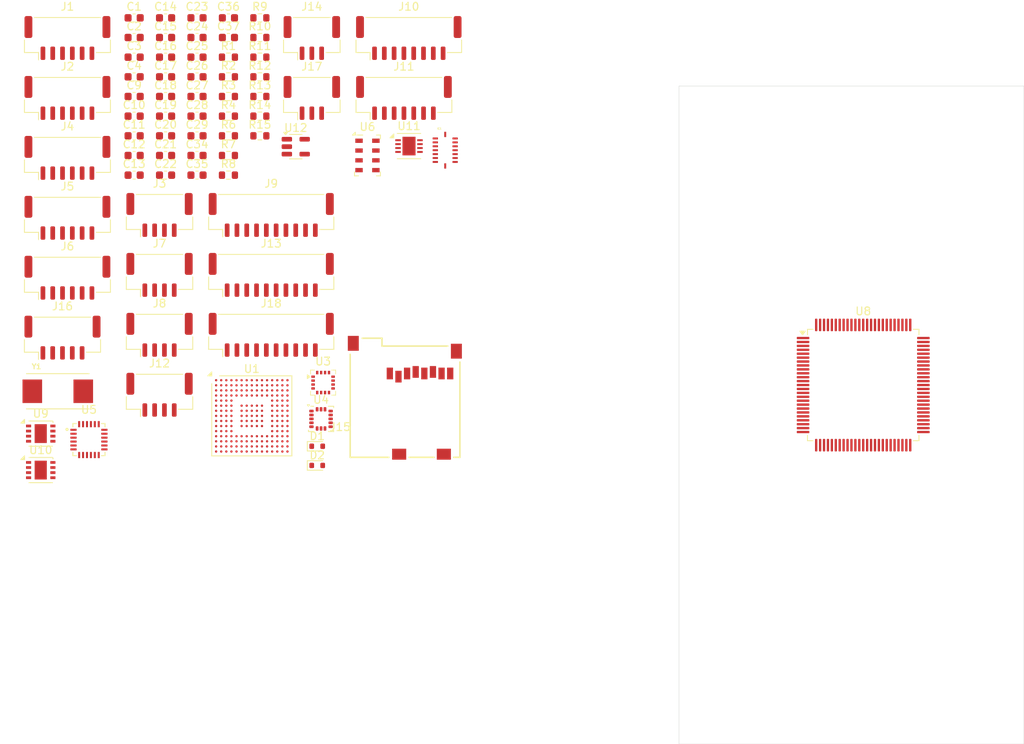
<source format=kicad_pcb>
(kicad_pcb (version 20241229) (generator "pcbnew") (generator_version "9.0")
  (layers (0 "F.Cu" signal) (2 "B.Cu" signal) (13 "F.Paste" user) (15 "B.Paste" user) (5 "F.SilkS" user "F.Silkscreen") (7 "B.SilkS" user "B.Silkscreen") (1 "F.Mask" user) (3 "B.Mask" user) (25 "Edge.Cuts" user))
  (net 0 "")
  (net 1 "Net-(U4-REGOUT)")
  (net 2 "GND")
  (net 3 "REG_3V")
  (net 4 "Net-(U3-C1)")
  (net 5 "OSC_OUT")
  (net 6 "OSC_IN")
  (net 7 "Net-(U1-VCAP_2)")
  (net 8 "Net-(U1-VCAP_1)")
  (net 9 "BMS_22.2V")
  (net 10 "REG_5V")
  (net 11 "Net-(J8-Pin_2)")
  (net 12 "Net-(U10-CANL)")
  (net 13 "Net-(U10-CANH)")
  (net 14 "Net-(U9-CANL)")
  (net 15 "Net-(U9-CANH)")
  (net 16 "Net-(J7-Pin_2)")
  (net 17 "Net-(U5-REGOUT)")
  (net 18 "Net-(D1-A)")
  (net 19 "SPI1_MISO")
  (net 20 "Net-(D2-A)")
  (net 21 "SPI1_SCK")
  (net 22 "SPI1_MOSI")
  (net 23 "SPI1_CS4_BMI055_ACC")
  (net 24 "SPI1_DRDY2_BMI055_GYRO")
  (net 25 "SPI1_DRDY3_BMI055_ACC")
  (net 26 "SPI1_DRDY6_BMI055_ACC")
  (net 27 "SPI1_CS3_BMI055_GYRO")
  (net 28 "SPI1_DRDY5_BMI055_GYRO")
  (net 29 "BAT1_I")
  (net 30 "BAT1_V")
  (net 31 "BAT2_V")
  (net 32 "BAT2_I")
  (net 33 "USB_DP")
  (net 34 "VBUS")
  (net 35 "USB_DM")
  (net 36 "USART2_RTS_TELEM1")
  (net 37 "USART2_RX_TELEM1")
  (net 38 "USART2_CTS_TELEM1")
  (net 39 "USART2_TX_TELEM1")
  (net 40 "USART3_RTS_TELEM2")
  (net 41 "USART3_RX_TELEM2")
  (net 42 "USART3_TX_TELEM2")
  (net 43 "USART3_CTS_TELEM2")
  (net 44 "I2C2_SCL_UART4")
  (net 45 "UART4_TX_I2C2")
  (net 46 "UART4_RX_I2C2")
  (net 47 "I2C2_SDA_UART4")
  (net 48 "USART1_RX_GPS1")
  (net 49 "nSAFETY_SWITCH_LED_OUT")
  (net 50 "I2C1_SCL_GPS1")
  (net 51 "SAFETY_SWITCH_IN")
  (net 52 "I2C1_SDA_GPS1")
  (net 53 "USART1_TX_GPS1")
  (net 54 "BUZZER_1")
  (net 55 "ADC1_SPARE_2 (6.6V)")
  (net 56 "TIM1_CH1")
  (net 57 "ADC1_SPARE_1 (3.3V)")
  (net 58 "FMU_CAP2")
  (net 59 "FMU_CAP1")
  (net 60 "FMU_CAP3")
  (net 61 "SPI5_MOSI_EXTERNAL1")
  (net 62 "SPI5_CS1_EXTERNAL1")
  (net 63 "SPI5_SCK_EXTERNAL1")
  (net 64 "SPI5_CS2_EXTERNAL1")
  (net 65 "SPI5_MISO_EXTERNAL1")
  (net 66 "I2C4_SCL_EXTERNAL2")
  (net 67 "I2C4_SDA_EXTERNAL2")
  (net 68 "FMU_CH4")
  (net 69 "FMU_CH2")
  (net 70 "FMU_CH5")
  (net 71 "FMU_CH6")
  (net 72 "FMU_CH8")
  (net 73 "FMU_CH7")
  (net 75 "FMU_CH1")
  (net 76 "FMU_CH3")
  (net 77 "RC_INPUT (aka PPM_IN)")
  (net 78 "SDMMC1_D3")
  (net 79 "SDMMC1_D0")
  (net 80 "SDMMC1_CMD")
  (net 81 "SDMMC1_CLK")
  (net 82 "SDMMC1_D1")
  (net 83 "SDMMC1_D2")
  (net 84 "Net-(J16-Pin_3)")
  (net 85 "USART6_TX_TELEM3{slash}(RC_INPUT)")
  (net 87 "SBUS_OUT")
  (net 88 "IO_CH5")
  (net 90 "IO_CH7")
  (net 91 "IO_CH3")
  (net 92 "IO_CH4")
  (net 93 "IO_CH1")
  (net 94 "IO_CH6")
  (net 95 "IO_CH8")
  (net 96 "IO_CH2")
  (net 97 "RSSI_IN")
  (net 98 "/VDD")
  (net 99 "/SDA_2")
  (net 100 "/SCL_2")
  (net 101 "Net-(U11-SET)")
  (net 109 "VDD_3V3_SENSORS_EN")
  (net 112 "CAN1_SILENT_S0")
  (net 121 "UART8_TX_PX4IO")
  (net 126 "IST_DRDY")
  (net 127 "SPI4_SCK")
  (net 131 "CAN1_RX")
  (net 134 "CAN1_TX")
  (net 136 "UART8_RX_PX4IO")
  (net 138 "SPI1_CS2_ICM20602")
  (net 157 "SPI4_MISO")
  (net 162 "SPI4_CS1_MS5611")
  (net 171 "SPI1_DRDY4_ICM20602")
  (net 173 "CAN2_RX{slash}UART5_RX_ESC")
  (net 180 "CAN2_SILENT_S1")
  (net 186 "SPI4_MOSI")
  (net 189 "CAN2_TX{slash}UART5_TX_ESC")
  (net 202 "SPI1_CS1_ICM20689")
  (net 203 "SPI1_DRDY1_ICM20689")
  (footprint "Capacitor_SMD:C_0603_1608Metric" (layer "F.Cu") (at 62.5 39.32)
    (property "Reference" "C16" (at 0 -1.43 0) (layer "F.SilkS"))
    (property "Value" "100nF")
    (pad "1" smd roundrect (at -0.775 0) (size 0.9 0.95) (layers "F.Cu" "F.Mask" "F.Paste") (net 7 "Net-(U1-VCAP_2)"))
    (pad "2" smd roundrect (at 0.775 0) (size 0.9 0.95) (layers "F.Cu" "F.Mask" "F.Paste") (net 2 "GND"))
  )
  (footprint "Connector_JST:JST_GH_BM10B-GHS-TBT_1x10-1MP_P1.25mm_Vertical" (layer "F.Cu") (at 75.98 59.46)
    (property "Reference" "J9" (at 0 -4 0) (layer "F.SilkS"))
    (property "Value" "GPS Module")
    (pad "1" smd roundrect (at -5.625 1.95) (size 0.6 1.7) (layers "F.Cu" "F.Mask" "F.Paste") (net 10 "REG_5V"))
    (pad "2" smd roundrect (at -4.375 1.95) (size 0.6 1.7) (layers "F.Cu" "F.Mask" "F.Paste") (net 53 "USART1_TX_GPS1"))
    (pad "3" smd roundrect (at -3.125 1.95) (size 0.6 1.7) (layers "F.Cu" "F.Mask" "F.Paste") (net 48 "USART1_RX_GPS1"))
    (pad "4" smd roundrect (at -1.875 1.95) (size 0.6 1.7) (layers "F.Cu" "F.Mask" "F.Paste") (net 50 "I2C1_SCL_GPS1"))
    (pad "5" smd roundrect (at -0.625 1.95) (size 0.6 1.7) (layers "F.Cu" "F.Mask" "F.Paste") (net 52 "I2C1_SDA_GPS1"))
    (pad "6" smd roundrect (at 0.625 1.95) (size 0.6 1.7) (layers "F.Cu" "F.Mask" "F.Paste") (net 51 "SAFETY_SWITCH_IN"))
    (pad "7" smd roundrect (at 1.875 1.95) (size 0.6 1.7) (layers "F.Cu" "F.Mask" "F.Paste") (net 49 "nSAFETY_SWITCH_LED_OUT"))
    (pad "8" smd roundrect (at 3.125 1.95) (size 0.6 1.7) (layers "F.Cu" "F.Mask" "F.Paste") (net 3 "REG_3V"))
    (pad "9" smd roundrect (at 4.375 1.95) (size 0.6 1.7) (layers "F.Cu" "F.Mask" "F.Paste") (net 54 "BUZZER_1"))
    (pad "10" smd roundrect (at 5.625 1.95) (size 0.6 1.7) (layers "F.Cu" "F.Mask" "F.Paste") (net 2 "GND"))
    (pad "MP" smd roundrect (at -7.475 -1.4) (size 1 2.8) (layers "F.Cu" "F.Mask" "F.Paste"))
    (pad "MP" smd roundrect (at 7.475 -1.4) (size 1 2.8) (layers "F.Cu" "F.Mask" "F.Paste"))
  )
  (footprint "Package_DFN_QFN:DFN-8-1EP_3x3mm_P0.65mm_EP1.55x2.4mm" (layer "F.Cu") (at 46.575 87.375)
    (property "Reference" "U9" (at 0 -2.55 0) (layer "F.SilkS"))
    (property "Value" "TJA1051TK-3")
    (pad "1" smd rect (at -1.55 -0.975) (size 0.65 0.35) (layers "F.Cu" "F.Mask" "F.Paste") (net 134 "CAN1_TX"))
    (pad "2" smd rect (at -1.55 -0.325) (size 0.65 0.35) (layers "F.Cu" "F.Mask" "F.Paste") (net 2 "GND"))
    (pad "3" smd rect (at -1.55 0.325) (size 0.65 0.35) (layers "F.Cu" "F.Mask" "F.Paste") (net 10 "REG_5V"))
    (pad "4" smd rect (at -1.55 0.975) (size 0.65 0.35) (layers "F.Cu" "F.Mask" "F.Paste") (net 131 "CAN1_RX"))
    (pad "5" smd rect (at 1.55 0.975) (size 0.65 0.35) (layers "F.Cu" "F.Mask" "F.Paste") (net 3 "REG_3V"))
    (pad "6" smd rect (at 1.55 0.325) (size 0.65 0.35) (layers "F.Cu" "F.Mask" "F.Paste") (net 14 "Net-(U9-CANL)"))
    (pad "7" smd rect (at 1.55 -0.325) (size 0.65 0.35) (layers "F.Cu" "F.Mask" "F.Paste") (net 15 "Net-(U9-CANH)"))
    (pad "8" smd rect (at 1.55 -0.975) (size 0.65 0.35) (layers "F.Cu" "F.Mask" "F.Paste") (net 112 "CAN1_SILENT_S0"))
    (pad "9" smd rect (at 0 0) (size 1.55 2.4) (layers "F.Cu" "F.Mask") (net 2 "GND"))
  )
  (footprint "Capacitor_SMD:C_0603_1608Metric" (layer "F.Cu") (at 70.52 34.3)
    (property "Reference" "C36" (at 0 -1.43 0) (layer "F.SilkS"))
    (property "Value" "0.10nF")
    (pad "1" smd roundrect (at -0.775 0) (size 0.9 0.95) (layers "F.Cu" "F.Mask" "F.Paste") (net 3 "REG_3V"))
    (pad "2" smd roundrect (at 0.775 0) (size 0.9 0.95) (layers "F.Cu" "F.Mask" "F.Paste") (net 2 "GND"))
  )
  (footprint "Connector_JST:JST_GH_BM05B-GHS-TBT_1x05-1MP_P1.25mm_Vertical" (layer "F.Cu") (at 49.35 75.12)
    (property "Reference" "J16" (at 0 -4 0) (layer "F.SilkS"))
    (property "Value" "RC")
    (pad "1" smd roundrect (at -2.5 1.95) (size 0.6 1.7) (layers "F.Cu" "F.Mask" "F.Paste") (net 10 "REG_5V"))
    (pad "2" smd roundrect (at -1.25 1.95) (size 0.6 1.7) (layers "F.Cu" "F.Mask" "F.Paste") (net 85 "USART6_TX_TELEM3{slash}(RC_INPUT)"))
    (pad "3" smd roundrect (at 0 1.95) (size 0.6 1.7) (layers "F.Cu" "F.Mask" "F.Paste") (net 84 "Net-(J16-Pin_3)"))
    (pad "4" smd roundrect (at 1.25 1.95) (size 0.6 1.7) (layers "F.Cu" "F.Mask" "F.Paste") (net 3 "REG_3V"))
    (pad "5" smd roundrect (at 2.5 1.95) (size 0.6 1.7) (layers "F.Cu" "F.Mask" "F.Paste") (net 2 "GND"))
    (pad "MP" smd roundrect (at -4.35 -1.4) (size 1 2.8) (layers "F.Cu" "F.Mask" "F.Paste"))
    (pad "MP" smd roundrect (at 4.35 -1.4) (size 1 2.8) (layers "F.Cu" "F.Mask" "F.Paste"))
  )
  (footprint "Resistor_SMD:R_0603_1608Metric" (layer "F.Cu") (at 70.52 41.83)
    (property "Reference" "R2" (at 0 -1.43 0) (layer "F.SilkS"))
    (property "Value" "1.5k")
    (pad "1" smd roundrect (at -0.825 0) (size 0.8 0.95) (layers "F.Cu" "F.Mask" "F.Paste") (net 51 "SAFETY_SWITCH_IN"))
    (pad "2" smd roundrect (at 0.825 0) (size 0.8 0.95) (layers "F.Cu" "F.Mask" "F.Paste") (net 2 "GND"))
  )
  (footprint "Capacitor_SMD:C_0603_1608Metric" (layer "F.Cu") (at 62.5 49.36)
    (property "Reference" "C20" (at 0 -1.43 0) (layer "F.SilkS"))
    (property "Value" "4.7nF")
    (pad "1" smd roundrect (at -0.775 0) (size 0.9 0.95) (layers "F.Cu" "F.Mask" "F.Paste") (net 11 "Net-(J8-Pin_2)"))
    (pad "2" smd roundrect (at 0.775 0) (size 0.9 0.95) (layers "F.Cu" "F.Mask" "F.Paste") (net 2 "GND"))
  )
  (footprint "Resistor_SMD:R_0603_1608Metric" (layer "F.Cu") (at 74.53 49.36)
    (property "Reference" "R15" (at 0 -1.43 0) (layer "F.SilkS"))
    (property "Value" "60")
    (pad "1" smd roundrect (at -0.825 0) (size 0.8 0.95) (layers "F.Cu" "F.Mask" "F.Paste") (net 14 "Net-(U9-CANL)"))
    (pad "2" smd roundrect (at 0.825 0) (size 0.8 0.95) (layers "F.Cu" "F.Mask" "F.Paste") (net 16 "Net-(J7-Pin_2)"))
  )
  (footprint "Resistor_SMD:R_0603_1608Metric" (layer "F.Cu") (at 70.52 51.87)
    (property "Reference" "R7" (at 0 -1.43 0) (layer "F.SilkS"))
    (property "Value" "100k")
    (pad "1" smd roundrect (at -0.825 0) (size 0.8 0.95) (layers "F.Cu" "F.Mask" "F.Paste") (net 78 "SDMMC1_D3"))
    (pad "2" smd roundrect (at 0.825 0) (size 0.8 0.95) (layers "F.Cu" "F.Mask" "F.Paste") (net 3 "REG_3V"))
  )
  (footprint "Connector_JST:JST_GH_BM03B-GHS-TBT_1x03-1MP_P1.25mm_Vertical" (layer "F.Cu") (at 81.16 36.87)
    (property "Reference" "J14" (at 0 -4 0) (layer "F.SilkS"))
    (property "Value" "PPM RC")
    (pad "1" smd roundrect (at -1.25 1.95) (size 0.6 1.7) (layers "F.Cu" "F.Mask" "F.Paste") (net 10 "REG_5V"))
    (pad "2" smd roundrect (at 0 1.95) (size 0.6 1.7) (layers "F.Cu" "F.Mask" "F.Paste") (net 77 "RC_INPUT (aka PPM_IN)"))
    (pad "3" smd roundrect (at 1.25 1.95) (size 0.6 1.7) (layers "F.Cu" "F.Mask" "F.Paste") (net 2 "GND"))
    (pad "MP" smd roundrect (at -3.1 -1.4) (size 1 2.8) (layers "F.Cu" "F.Mask" "F.Paste"))
    (pad "MP" smd roundrect (at 3.1 -1.4) (size 1 2.8) (layers "F.Cu" "F.Mask" "F.Paste"))
  )
  (footprint "Capacitor_SMD:C_0603_1608Metric" (layer "F.Cu") (at 58.49 41.83)
    (property "Reference" "C4" (at 0 -1.43 0) (layer "F.SilkS"))
    (property "Value" "2.2uF")
    (pad "1" smd roundrect (at -0.775 0) (size 0.9 0.95) (layers "F.Cu" "F.Mask" "F.Paste") (net 2 "GND"))
    (pad "2" smd roundrect (at 0.775 0) (size 0.9 0.95) (layers "F.Cu" "F.Mask" "F.Paste") (net 3 "REG_3V"))
  )
  (footprint "Package_DFN_QFN:DFN-8-1EP_3x3mm_P0.5mm_EP1.66x2.38mm" (layer "F.Cu") (at 93.555 50.67)
    (property "Reference" "U11" (at 0 -2.55 0) (layer "F.SilkS"))
    (property "Value" "LT3080xDD")
    (pad "1" smd rect (at -1.4 -0.75) (size 0.7 0.25) (layers "F.Cu" "F.Mask" "F.Paste") (net 10 "REG_5V"))
    (pad "2" smd rect (at -1.4 -0.25) (size 0.7 0.25) (layers "F.Cu" "F.Mask" "F.Paste") (net 10 "REG_5V"))
    (pad "3" smd rect (at -1.4 0.25) (size 0.7 0.25) (layers "F.Cu" "F.Mask" "F.Paste") (net 10 "REG_5V"))
    (pad "4" smd rect (at -1.4 0.75) (size 0.7 0.25) (layers "F.Cu" "F.Mask" "F.Paste") (net 101 "Net-(U11-SET)"))
    (pad "5" smd rect (at 1.4 0.75) (size 0.7 0.25) (layers "F.Cu" "F.Mask" "F.Paste") (net 9 "BMS_22.2V"))
    (pad "6" smd rect (at 1.4 0.25) (size 0.7 0.25) (layers "F.Cu" "F.Mask" "F.Paste"))
    (pad "7" smd rect (at 1.4 -0.25) (size 0.7 0.25) (layers "F.Cu" "F.Mask" "F.Paste") (net 9 "BMS_22.2V"))
    (pad "8" smd rect (at 1.4 -0.75) (size 0.7 0.25) (layers "F.Cu" "F.Mask" "F.Paste") (net 9 "BMS_22.2V"))
    (pad "9" smd rect (at 0 0) (size 1.66 2.38) (layers "F.Cu" "F.Mask") (net 10 "REG_5V"))
  )
  (footprint "ABM2-8.000MHZ-D4Y-T:XTAL_ABM2-8.000MHZ-D4Y-T" (layer "F.Cu") (at 48.75 81.97)
    (property "Reference" "Y1" (at -2.718 -3.1564 0) (layer "F.SilkS") (effects (font (size 0.64 0.64))))
    (property "Value" "ABM2-8.000MHZ-D4Y-T")
    (pad "1" smd rect (at -3.25 0) (size 2.5 3) (layers "F.Cu" "F.Mask" "F.Paste") (net 6 "OSC_IN"))
    (pad "2" smd rect (at 3.25 0) (size 2.5 3) (layers "F.Cu" "F.Mask" "F.Paste") (net 5 "OSC_OUT"))
  )
  (footprint "Connector_JST:JST_GH_BM03B-GHS-TBT_1x03-1MP_P1.25mm_Vertical" (layer "F.Cu") (at 81.16 44.52)
    (property "Reference" "J17" (at 0 -4 0) (layer "F.SilkS"))
    (property "Value" "SBUS")
    (pad "1" smd roundrect (at -1.25 1.95) (size 0.6 1.7) (layers "F.Cu" "F.Mask" "F.Paste"))
    (pad "2" smd roundrect (at 0 1.95) (size 0.6 1.7) (layers "F.Cu" "F.Mask" "F.Paste") (net 87 "SBUS_OUT"))
    (pad "3" smd roundrect (at 1.25 1.95) (size 0.6 1.7) (layers "F.Cu" "F.Mask" "F.Paste") (net 2 "GND"))
    (pad "MP" smd roundrect (at -3.1 -1.4) (size 1 2.8) (layers "F.Cu" "F.Mask" "F.Paste"))
    (pad "MP" smd roundrect (at 3.1 -1.4) (size 1 2.8) (layers "F.Cu" "F.Mask" "F.Paste"))
  )
  (footprint "Capacitor_SMD:C_0603_1608Metric" (layer "F.Cu") (at 62.5 36.81)
    (property "Reference" "C15" (at 0 -1.43 0) (layer "F.SilkS"))
    (property "Value" "18pF")
    (pad "1" smd roundrect (at -0.775 0) (size 0.9 0.95) (layers "F.Cu" "F.Mask" "F.Paste") (net 2 "GND"))
    (pad "2" smd roundrect (at 0.775 0) (size 0.9 0.95) (layers "F.Cu" "F.Mask" "F.Paste") (net 6 "OSC_IN"))
  )
  (footprint "Capacitor_SMD:C_0603_1608Metric" (layer "F.Cu") (at 66.51 39.32)
    (property "Reference" "C25" (at 0 -1.43 0) (layer "F.SilkS"))
    (property "Value" "4.7nF")
    (pad "1" smd roundrect (at -0.775 0) (size 0.9 0.95) (layers "F.Cu" "F.Mask" "F.Paste") (net 16 "Net-(J7-Pin_2)"))
    (pad "2" smd roundrect (at 0.775 0) (size 0.9 0.95) (layers "F.Cu" "F.Mask" "F.Paste") (net 2 "GND"))
  )
  (footprint "Capacitor_SMD:C_0603_1608Metric" (layer "F.Cu") (at 66.51 44.34)
    (property "Reference" "C27" (at 0 -1.43 0) (layer "F.SilkS"))
    (property "Value" "100nF")
    (pad "1" smd roundrect (at -0.775 0) (size 0.9 0.95) (layers "F.Cu" "F.Mask" "F.Paste") (net 10 "REG_5V"))
    (pad "2" smd roundrect (at 0.775 0) (size 0.9 0.95) (layers "F.Cu" "F.Mask" "F.Paste") (net 3 "REG_3V"))
  )
  (footprint "Resistor_SMD:R_0603_1608Metric" (layer "F.Cu") (at 74.53 44.34)
    (property "Reference" "R13" (at 0 -1.43 0) (layer "F.SilkS"))
    (property "Value" "60")
    (pad "1" smd roundrect (at -0.825 0) (size 0.8 0.95) (layers "F.Cu" "F.Mask" "F.Paste") (net 12 "Net-(U10-CANL)"))
    (pad "2" smd roundrect (at 0.825 0) (size 0.8 0.95) (layers "F.Cu" "F.Mask" "F.Paste") (net 11 "Net-(J8-Pin_2)"))
  )
  (footprint "Resistor_SMD:R_0603_1608Metric" (layer "F.Cu") (at 74.53 41.83)
    (property "Reference" "R12" (at 0 -1.43 0) (layer "F.SilkS"))
    (property "Value" "60")
    (pad "1" smd roundrect (at -0.825 0) (size 0.8 0.95) (layers "F.Cu" "F.Mask" "F.Paste") (net 13 "Net-(U10-CANH)"))
    (pad "2" smd roundrect (at 0.825 0) (size 0.8 0.95) (layers "F.Cu" "F.Mask" "F.Paste") (net 11 "Net-(J8-Pin_2)"))
  )
  (footprint "Resistor_SMD:R_0603_1608Metric" (layer "F.Cu") (at 74.53 34.3)
    (property "Reference" "R9" (at 0 -1.43 0) (layer "F.SilkS"))
    (property "Value" "100k")
    (pad "1" smd roundrect (at -0.825 0) (size 0.8 0.95) (layers "F.Cu" "F.Mask" "F.Paste") (net 83 "SDMMC1_D2"))
    (pad "2" smd roundrect (at 0.825 0) (size 0.8 0.95) (layers "F.Cu" "F.Mask" "F.Paste") (net 3 "REG_3V"))
  )
  (footprint "Capacitor_SMD:C_0603_1608Metric" (layer "F.Cu") (at 66.51 49.36)
    (property "Reference" "C29" (at 0 -1.43 0) (layer "F.SilkS"))
    (property "Value" "1uf")
    (pad "1" smd roundrect (at -0.775 0) (size 0.9 0.95) (layers "F.Cu" "F.Mask" "F.Paste") (net 3 "REG_3V"))
    (pad "2" smd roundrect (at 0.775 0) (size 0.9 0.95) (layers "F.Cu" "F.Mask" "F.Paste") (net 2 "GND"))
  )
  (footprint "Capacitor_SMD:C_0603_1608Metric" (layer "F.Cu") (at 62.5 46.85)
    (property "Reference" "C19" (at 0 -1.43 0) (layer "F.SilkS"))
    (property "Value" "2.2uF")
    (pad "1" smd roundrect (at -0.775 0) (size 0.9 0.95) (layers "F.Cu" "F.Mask" "F.Paste") (net 10 "REG_5V"))
    (pad "2" smd roundrect (at 0.775 0) (size 0.9 0.95) (layers "F.Cu" "F.Mask" "F.Paste") (net 2 "GND"))
  )
  (footprint "Connector_JST:JST_GH_BM07B-GHS-TBT_1x07-1MP_P1.25mm_Vertical" (layer "F.Cu") (at 92.91 44.52)
    (property "Reference" "J11" (at 0 -4 0) (layer "F.SilkS"))
    (property "Value" "SPI Port")
    (pad "1" smd roundrect (at -3.75 1.95) (size 0.6 1.7) (layers "F.Cu" "F.Mask" "F.Paste") (net 10 "REG_5V"))
    (pad "2" smd roundrect (at -2.5 1.95) (size 0.6 1.7) (layers "F.Cu" "F.Mask" "F.Paste") (net 63 "SPI5_SCK_EXTERNAL1"))
    (pad "3" smd roundrect (at -1.25 1.95) (size 0.6 1.7) (layers "F.Cu" "F.Mask" "F.Paste") (net 65 "SPI5_MISO_EXTERNAL1"))
    (pad "4" smd roundrect (at 0 1.95) (size 0.6 1.7) (layers "F.Cu" "F.Mask" "F.Paste") (net 61 "SPI5_MOSI_EXTERNAL1"))
    (pad "5" smd roundrect (at 1.25 1.95) (size 0.6 1.7) (layers "F.Cu" "F.Mask" "F.Paste") (net 62 "SPI5_CS1_EXTERNAL1"))
    (pad "6" smd roundrect (at 2.5 1.95) (size 0.6 1.7) (layers "F.Cu" "F.Mask" "F.Paste") (net 64 "SPI5_CS2_EXTERNAL1"))
    (pad "7" smd roundrect (at 3.75 1.95) (size 0.6 1.7) (layers "F.Cu" "F.Mask" "F.Paste") (net 2 "GND"))
    (pad "MP" smd roundrect (at -5.6 -1.4) (size 1 2.8) (layers "F.Cu" "F.Mask" "F.Paste"))
    (pad "MP" smd roundrect (at 5.6 -1.4) (size 1 2.8) (layers "F.Cu" "F.Mask" "F.Paste"))
  )
  (footprint "Capacitor_SMD:C_0603_1608Metric" (layer "F.Cu") (at 70.52 36.81)
    (property "Reference" "C37" (at 0 -1.43 0) (layer "F.SilkS"))
    (property "Value" "0.1uF")
    (pad "1" smd roundrect (at -0.775 0) (size 0.9 0.95) (layers "F.Cu" "F.Mask" "F.Paste") (net 2 "GND"))
    (pad "2" smd roundrect (at 0.775 0) (size 0.9 0.95) (layers "F.Cu" "F.Mask" "F.Paste") (net 3 "REG_3V"))
  )
  (footprint "Package_LGA:LGA-16_3x3mm_P0.5mm" (layer "F.Cu") (at 82.596 80.86)
    (property "Reference" "U3" (at 0 -2.7 0) (layer "F.SilkS"))
    (property "Value" "IST8310")
    (pad "1" smd rect (at -1.275 -0.75 90) (size 0.3 0.45) (layers "F.Cu" "F.Mask" "F.Paste") (net 100 "/SCL_2"))
    (pad "2" smd rect (at -1.275 -0.25 90) (size 0.3 0.45) (layers "F.Cu" "F.Mask" "F.Paste") (net 3 "REG_3V"))
    (pad "3" smd rect (at -1.275 0.25 90) (size 0.3 0.45) (layers "F.Cu" "F.Mask" "F.Paste"))
    (pad "4" smd rect (at -1.275 0.75 90) (size 0.3 0.45) (layers "F.Cu" "F.Mask" "F.Paste"))
    (pad "5" smd rect (at -0.75 1.275) (size 0.3 0.45) (layers "F.Cu" "F.Mask" "F.Paste"))
    (pad "6" smd rect (at -0.25 1.275) (size 0.3 0.45) (layers "F.Cu" "F.Mask" "F.Paste"))
    (pad "7" smd rect (at 0.25 1.275) (size 0.3 0.45) (layers "F.Cu" "F.Mask" "F.Paste"))
    (pad "8" smd rect (at 0.75 1.275) (size 0.3 0.45) (layers "F.Cu" "F.Mask" "F.Paste"))
    (pad "9" smd rect (at 1.275 0.75 90) (size 0.3 0.45) (layers "F.Cu" "F.Mask" "F.Paste") (net 2 "GND"))
    (pad "10" smd rect (at 1.275 0.25 90) (size 0.3 0.45) (layers "F.Cu" "F.Mask" "F.Paste") (net 4 "Net-(U3-C1)"))
    (pad "11" smd rect (at 1.275 -0.25 90) (size 0.3 0.45) (layers "F.Cu" "F.Mask" "F.Paste") (net 2 "GND"))
    (pad "12" smd rect (at 1.275 -0.75 90) (size 0.3 0.45) (layers "F.Cu" "F.Mask" "F.Paste"))
    (pad "13" smd rect (at 0.75 -1.275) (size 0.3 0.45) (layers "F.Cu" "F.Mask" "F.Paste") (net 3 "REG_3V"))
    (pad "14" smd rect (at 0.25 -1.275) (size 0.3 0.45) (layers "F.Cu" "F.Mask" "F.Paste"))
    (pad "15" smd rect (at -0.25 -1.275) (size 0.3 0.45) (layers "F.Cu" "F.Mask" "F.Paste") (net 126 "IST_DRDY"))
    (pad "16" smd rect (at -0.75 -1.275) (size 0.3 0.45) (layers "F.Cu" "F.Mask" "F.Paste") (net 99 "/SDA_2"))
  )
  (footprint "Capacitor_SMD:C_0603_1608Metric" (layer "F.Cu") (at 58.49 51.87)
    (property "Reference" "C12" (at 0 -1.43 0) (layer "F.SilkS"))
    (property "Value" "4.7uf")
    (pad "1" smd roundrect (at -0.775 0) (size 0.9 0.95) (layers "F.Cu" "F.Mask" "F.Paste") (net 4 "Net-(U3-C1)"))
    (pad "2" smd roundrect (at 0.775 0) (size 0.9 0.95) (layers "F.Cu" "F.Mask" "F.Paste") (net 2 "GND"))
  )
  (footprint "Connector_JST:JST_GH_BM06B-GHS-TBT_1x06-1MP_P1.25mm_Vertical" (layer "F.Cu") (at 49.98 59.82)
    (property "Reference" "J5" (at 0 -4 0) (layer "F.SilkS"))
    (property "Value" "Telemetry 2")
    (pad "1" smd roundrect (at -3.125 1.95) (size 0.6 1.7) (layers "F.Cu" "F.Mask" "F.Paste") (net 10 "REG_5V"))
    (pad "2" smd roundrect (at -1.875 1.95) (size 0.6 1.7) (layers "F.Cu" "F.Mask" "F.Paste") (net 42 "USART3_TX_TELEM2"))
    (pad "3" smd roundrect (at -0.625 1.95) (size 0.6 1.7) (layers "F.Cu" "F.Mask" "F.Paste") (net 41 "USART3_RX_TELEM2"))
    (pad "4" smd roundrect (at 0.625 1.95) (size 0.6 1.7) (layers "F.Cu" "F.Mask" "F.Paste") (net 43 "USART3_CTS_TELEM2"))
    (pad "5" smd roundrect (at 1.875 1.95) (size 0.6 1.7) (layers "F.Cu" "F.Mask" "F.Paste") (net 40 "USART3_RTS_TELEM2"))
    (pad "6" smd roundrect (at 3.125 1.95) (size 0.6 1.7) (layers "F.Cu" "F.Mask" "F.Paste") (net 2 "GND"))
    (pad "MP" smd roundrect (at -4.975 -1.4) (size 1 2.8) (layers "F.Cu" "F.Mask" "F.Paste"))
    (pad "MP" smd roundrect (at 4.975 -1.4) (size 1 2.8) (layers "F.Cu" "F.Mask" "F.Paste"))
  )
  (footprint "Resistor_SMD:R_0603_1608Metric" (layer "F.Cu") (at 74.53 39.32)
    (property "Reference" "R11" (at 0 -1.43 0) (layer "F.SilkS"))
    (property "Value" "100k")
    (pad "1" smd roundrect (at -0.825 0) (size 0.8 0.95) (layers "F.Cu" "F.Mask" "F.Paste") (net 79 "SDMMC1_D0"))
    (pad "2" smd roundrect (at 0.825 0) (size 0.8 0.95) (layers "F.Cu" "F.Mask" "F.Paste") (net 3 "REG_3V"))
  )
  (footprint "Connector_JST:JST_GH_BM04B-GHS-TBT_1x04-1MP_P1.25mm_Vertical" (layer "F.Cu") (at 61.73 59.46)
    (property "Reference" "J3" (at 0 -4 0) (layer "F.SilkS"))
    (property "Value" "USB")
    (pad "1" smd roundrect (at -1.875 1.95) (size 0.6 1.7) (layers "F.Cu" "F.Mask" "F.Paste") (net 34 "VBUS"))
    (pad "2" smd roundrect (at -0.625 1.95) (size 0.6 1.7) (layers "F.Cu" "F.Mask" "F.Paste") (net 35 "USB_DM"))
    (pad "3" smd roundrect (at 0.625 1.95) (size 0.6 1.7) (layers "F.Cu" "F.Mask" "F.Paste") (net 33 "USB_DP"))
    (pad "4" smd roundrect (at 1.875 1.95) (size 0.6 1.7) (layers "F.Cu" "F.Mask" "F.Paste") (net 2 "GND"))
    (pad "MP" smd roundrect (at -3.725 -1.4) (size 1 2.8) (layers "F.Cu" "F.Mask" "F.Paste"))
    (pad "MP" smd roundrect (at 3.725 -1.4) (size 1 2.8) (layers "F.Cu" "F.Mask" "F.Paste"))
  )
  (footprint "Connector_JST:JST_GH_BM10B-GHS-TBT_1x10-1MP_P1.25mm_Vertical" (layer "F.Cu") (at 75.98 74.76)
    (property "Reference" "J18" (at 0 -4 0) (layer "F.SilkS"))
    (property "Value" "IO/PWM out")
    (pad "1" smd roundrect (at -5.625 1.95) (size 0.6 1.7) (layers "F.Cu" "F.Mask" "F.Paste"))
    (pad "2" smd roundrect (at -4.375 1.95) (size 0.6 1.7) (layers "F.Cu" "F.Mask" "F.Paste") (net 93 "IO_CH1"))
    (pad "3" smd roundrect (at -3.125 1.95) (size 0.6 1.7) (layers "F.Cu" "F.Mask" "F.Paste") (net 96 "IO_CH2"))
    (pad "4" smd roundrect (at -1.875 1.95) (size 0.6 1.7) (layers "F.Cu" "F.Mask" "F.Paste") (net 91 "IO_CH3"))
    (pad "5" smd roundrect (at -0.625 1.95) (size 0.6 1.7) (layers "F.Cu" "F.Mask" "F.Paste") (net 92 "IO_CH4"))
    (pad "6" smd roundrect (at 0.625 1.95) (size 0.6 1.7) (layers "F.Cu" "F.Mask" "F.Paste") (net 88 "IO_CH5"))
    (pad "7" smd roundrect (at 1.875 1.95) (size 0.6 1.7) (layers "F.Cu" "F.Mask" "F.Paste") (net 94 "IO_CH6"))
    (pad "8" smd roundrect (at 3.125 1.95) (size 0.6 1.7) (layers "F.Cu" "F.Mask" "F.Paste") (net 90 "IO_CH7"))
    (pad "9" smd roundrect (at 4.375 1.95) (size 0.6 1.7) (layers "F.Cu" "F.Mask" "F.Paste") (net 95 "IO_CH8"))
    (pad "10" smd roundrect (at 5.625 1.95) (size 0.6 1.7) (layers "F.Cu" "F.Mask" "F.Paste") (net 2 "GND"))
    (pad "MP" smd roundrect (at -7.475 -1.4) (size 1 2.8) (layers "F.Cu" "F.Mask" "F.Paste"))
    (pad "MP" smd roundrect (at 7.475 -1.4) (size 1 2.8) (layers "F.Cu" "F.Mask" "F.Paste"))
  )
  (footprint "Resistor_SMD:R_0603_1608Metric" (layer "F.Cu") (at 70.52 54.38)
    (property "Reference" "R8" (at 0 -1.43 0) (layer "F.SilkS"))
    (property "Value" "100k")
    (pad "1" smd roundrect (at -0.825 0) (size 0.8 0.95) (layers "F.Cu" "F.Mask" "F.Paste") (net 80 "SDMMC1_CMD"))
    (pad "2" smd roundrect (at 0.825 0) (size 0.8 0.95) (layers "F.Cu" "F.Mask" "F.Paste") (net 3 "REG_3V"))
  )
  (footprint "Capacitor_SMD:C_0603_1608Metric" (layer "F.Cu") (at 58.49 34.3)
    (property "Reference" "C1" (at 0 -1.43 0) (layer "F.SilkS"))
    (property "Value" "0.1uF")
    (pad "1" smd roundrect (at -0.775 0) (size 0.9 0.95) (layers "F.Cu" "F.Mask" "F.Paste") (net 1 "Net-(U4-REGOUT)"))
    (pad "2" smd roundrect (at 0.775 0) (size 0.9 0.95) (layers "F.Cu" "F.Mask" "F.Paste") (net 2 "GND"))
  )
  (footprint "Capacitor_SMD:C_0603_1608Metric" (layer "F.Cu") (at 58.49 54.38)
    (property "Reference" "C13" (at 0 -1.43 0) (layer "F.SilkS"))
    (property "Value" "0.1uF")
    (pad "1" smd roundrect (at -0.775 0) (size 0.9 0.95) (layers "F.Cu" "F.Mask" "F.Paste") (net 2 "GND"))
    (pad "2" smd roundrect (at 0.775 0) (size 0.9 0.95) (layers "F.Cu" "F.Mask" "F.Paste") (net 3 "REG_3V"))
  )
  (footprint "Capacitor_SMD:C_0603_1608Metric" (layer "F.Cu") (at 62.5 51.87)
    (property "Reference" "C21" (at 0 -1.43 0) (layer "F.SilkS"))
    (property "Value" "100pF")
    (pad "1" smd roundrect (at -0.775 0) (size 0.9 0.95) (layers "F.Cu" "F.Mask" "F.Paste") (net 2 "GND"))
    (pad "2" smd roundrect (at 0.775 0) (size 0.9 0.95) (layers "F.Cu" "F.Mask" "F.Paste") (net 12 "Net-(U10-CANL)"))
  )
  (footprint "BMI055:QFN50P300X450X100-16N" (layer "F.Cu") (at 98.17434 51.19508)
    (property "Reference" "IC1" (at -0.751435 -2.755267 0) (layer "F.SilkS") (effects (font (size 0.236672 0.236672))))
    (property "Value" "BMI055")
    (pad "1" smd rect (at 1.26498 -1.4987) (size 0.675 0.25) (layers "F.Cu" "F.Mask" "F.Paste") (net 26 "SPI1_DRDY6_BMI055_ACC"))
    (pad "2" smd rect (at 1.26498 -0.9987) (size 0.675 0.25) (layers "F.Cu" "F.Mask" "F.Paste"))
    (pad "3" smd rect (at 1.26498 -0.4987) (size 0.675 0.25) (layers "F.Cu" "F.Mask" "F.Paste") (net 3 "REG_3V"))
    (pad "4" smd rect (at 1.26498 0.0013) (size 0.675 0.25) (layers "F.Cu" "F.Mask" "F.Paste") (net 2 "GND"))
    (pad "5" smd rect (at 1.26498 0.5013) (size 0.675 0.25) (layers "F.Cu" "F.Mask" "F.Paste") (net 27 "SPI1_CS3_BMI055_GYRO"))
    (pad "6" smd rect (at 1.26498 1.0013) (size 0.675 0.25) (layers "F.Cu" "F.Mask" "F.Paste") (net 2 "GND"))
    (pad "7" smd rect (at 1.26498 1.5013) (size 0.675 0.25) (layers "F.Cu" "F.Mask" "F.Paste") (net 2 "GND"))
    (pad "8" smd rect (at 0.000228 2.01189) (size 0.25 0.675) (layers "F.Cu" "F.Mask" "F.Paste") (net 21 "SPI1_SCK"))
    (pad "9" smd rect (at -1.26184 1.49984) (size 0.675 0.25) (layers "F.Cu" "F.Mask" "F.Paste") (net 22 "SPI1_MOSI"))
    (pad "10" smd rect (at -1.26184 0.999841) (size 0.675 0.25) (layers "F.Cu" "F.Mask" "F.Paste") (net 18 "Net-(D1-A)"))
    (pad "11" smd rect (at -1.26184 0.499841) (size 0.675 0.25) (layers "F.Cu" "F.Mask" "F.Paste") (net 3 "REG_3V"))
    (pad "12" smd rect (at -1.26184 -0.000159) (size 0.675 0.25) (layers "F.Cu" "F.Mask" "F.Paste") (net 24 "SPI1_DRDY2_BMI055_GYRO"))
    (pad "13" smd rect (at -1.26184 -0.500159) (size 0.675 0.25) (layers "F.Cu" "F.Mask" "F.Paste") (net 28 "SPI1_DRDY5_BMI055_GYRO"))
    (pad "14" smd rect (at -1.26184 -1.00016) (size 0.675 0.25) (layers "F.Cu" "F.Mask" "F.Paste") (net 23 "SPI1_CS4_BMI055_ACC"))
    (pad "15" smd rect (at -1.26184 -1.50016) (size 0.675 0.25) (layers "F.Cu" "F.Mask" "F.Paste") (net 20 "Net-(D2-A)"))
    (pad "16" smd rect (at 0.000128 -2.01258) (size 0.25 0.675) (layers "F.Cu" "F.Mask" "F.Paste") (net 25 "SPI1_DRDY3_BMI055_ACC"))
  )
  (footprint "Diode_SMD:D_SOD-523" (layer "F.Cu") (at 81.845 88.99)
    (property "Reference" "D1" (at 0 -1.3 0) (layer "F.SilkS"))
    (property "Value" "1N4148WT")
    (pad "1" smd roundrect (at -0.7 0 180) (size 0.6 0.7) (layers "F.Cu" "F.Mask" "F.Paste") (net 19 "SPI1_MISO"))
    (pad "2" smd roundrect (at 0.7 0 180) (size 0.6 0.7) (layers "F.Cu" "F.Mask" "F.Paste") (net 18 "Net-(D1-A)"))
  )
  (footprint "Diode_SMD:D_SOD-523" (layer "F.Cu") (at 81.845 91.44)
    (property "Reference" "D2" (at 0 -1.3 0) (layer "F.SilkS"))
    (property "Value" "1N4148WT")
    (pad "1" smd roundrect (at -0.7 0 180) (size 0.6 0.7) (layers "F.Cu" "F.Mask" "F.Paste") (net 19 "SPI1_MISO"))
    (pad "2" smd roundrect (at 0.7 0 180) (size 0.6 0.7) (layers "F.Cu" "F.Mask" "F.Paste") (net 20 "Net-(D2-A)"))
  )
  (footprint "Package_QFP:LQFP-100_14x14mm_P0.5mm" (layer "F.Cu") (at 151.5 81.175)
    (property "Reference" "U8" (at 0 -9.42 0) (layer "F.SilkS"))
    (property "Value" "STM32F103V8Tx")
    (pad "1" smd roundrect (at -7.675 -6) (size 1.6 0.3) (layers "F.Cu" "F.Mask" "F.Paste"))
    (pad "2" smd roundrect (at -7.675 -5.5) (size 1.6 0.3) (layers "F.Cu" "F.Mask" "F.Paste"))
    (pad "3" smd roundrect (at -7.675 -5) (size 1.6 0.3) (layers "F.Cu" "F.Mask" "F.Paste"))
    (pad "4" smd roundrect (at -7.675 -4.5) (size 1.6 0.3) (layers "F.Cu" "F.Mask" "F.Paste"))
    (pad "5" smd roundrect (at -7.675 -4) (size 1.6 0.3) (layers "F.Cu" "F.Mask" "F.Paste"))
    (pad "6" smd roundrect (at -7.675 -3.5) (size 1.6 0.3) (layers "F.Cu" "F.Mask" "F.Paste"))
    (pad "7" smd roundrect (at -7.675 -3) (size 1.6 0.3) (layers "F.Cu" "F.Mask" "F.Paste"))
    (pad "8" smd roundrect (at -7.675 -2.5) (size 1.6 0.3) (layers "F.Cu" "F.Mask" "F.Paste"))
    (pad "9" smd roundrect (at -7.675 -2) (size 1.6 0.3) (layers "F.Cu" "F.Mask" "F.Paste"))
    (pad "10" smd roundrect (at -7.675 -1.5) (size 1.6 0.3) (layers "F.Cu" "F.Mask" "F.Paste") (net 2 "GND"))
    (pad "11" smd roundrect (at -7.675 -1) (size 1.6 0.3) (layers "F.Cu" "F.Mask" "F.Paste") (net 3 "REG_3V"))
    (pad "12" smd roundrect (at -7.675 -0.5) (size 1.6 0.3) (layers "F.Cu" "F.Mask" "F.Paste") (net 6 "OSC_IN"))
    (pad "13" smd roundrect (at -7.675 0) (size 1.6 0.3) (layers "F.Cu" "F.Mask" "F.Paste") (net 5 "OSC_OUT"))
    (pad "14" smd roundrect (at -7.675 0.5) (size 1.6 0.3) (layers "F.Cu" "F.Mask" "F.Paste"))
    (pad "15" smd roundrect (at -7.675 1) (size 1.6 0.3) (layers "F.Cu" "F.Mask" "F.Paste"))
    (pad "16" smd roundrect (at -7.675 1.5) (size 1.6 0.3) (layers "F.Cu" "F.Mask" "F.Paste"))
    (pad "17" smd roundrect (at -7.675 2) (size 1.6 0.3) (layers "F.Cu" "F.Mask" "F.Paste"))
    (pad "18" smd roundrect (at -7.675 2.5) (size 1.6 0.3) (layers "F.Cu" "F.Mask" "F.Paste"))
    (pad "19" smd roundrect (at -7.675 3) (size 1.6 0.3) (layers "F.Cu" "F.Mask" "F.Paste") (net 2 "GND"))
    (pad "20" smd roundrect (at -7.675 3.5) (size 1.6 0.3) (layers "F.Cu" "F.Mask" "F.Paste") (net 2 "GND"))
    (pad "21" smd roundrect (at -7.675 4) (size 1.6 0.3) (layers "F.Cu" "F.Mask" "F.Paste") (net 3 "REG_3V"))
    (pad "22" smd roundrect (at -7.675 4.5) (size 1.6 0.3) (layers "F.Cu" "F.Mask" "F.Paste"))
    (pad "23" smd roundrect (at -7.675 5) (size 1.6 0.3) (layers "F.Cu" "F.Mask" "F.Paste") (net 88 "IO_CH5"))
    (pad "24" smd roundrect (at -7.675 5.5) (size 1.6 0.3) (layers "F.Cu" "F.Mask" "F.Paste") (net 94 "IO_CH6"))
    (pad "25" smd roundrect (at -7.675 6) (size 1.6 0.3) (layers "F.Cu" "F.Mask" "F.Paste") (net 90 "IO_CH7"))
    (pad "26" smd roundrect (at -6 7.675) (size 0.3 1.6) (layers "F.Cu" "F.Mask" "F.Paste") (net 95 "IO_CH8"))
    (pad "27" smd roundrect (at -5.5 7.675) (size 0.3 1.6) (layers "F.Cu" "F.Mask" "F.Paste") (net 2 "GND"))
    (pad "28" smd roundrect (at -5 7.675) (size 0.3 1.6) (layers "F.Cu" "F.Mask" "F.Paste"))
    (pad "29" smd roundrect (at -4.5 7.675) (size 0.3 1.6) (layers "F.Cu" "F.Mask" "F.Paste") (net 34 "VBUS"))
    (pad "30" smd roundrect (at -4 7.675) (size 0.3 1.6) (layers "F.Cu" "F.Mask" "F.Paste"))
    (pad "31" smd roundrect (at -3.5 7.675) (size 0.3 1.6) (layers "F.Cu" "F.Mask" "F.Paste") (net 59 "FMU_CAP1"))
    (pad "32" smd roundrect (at -3 7.675) (size 0.3 1.6) (layers "F.Cu" "F.Mask" "F.Paste") (net 58 "FMU_CAP2"))
    (pad "33" smd roundrect (at -2.5 7.675) (size 0.3 1.6) (layers "F.Cu" "F.Mask" "F.Paste") (net 55 "ADC1_SPARE_2 (6.6V)"))
    (pad "34" smd roundrect (at -2 7.675) (size 0.3 1.6) (layers "F.Cu" "F.Mask" "F.Paste") (net 57 "ADC1_SPARE_1 (3.3V)"))
    (pad "35" smd roundrect (at -1.5 7.675) (size 0.3 1.6) (layers "F.Cu" "F.Mask" "F.Paste") (net 60 "FMU_CAP3"))
    (pad "36" smd roundrect (at -1 7.675) (size 0.3 1.6) (layers "F.Cu" "F.Mask" "F.Paste") (net 77 "RC_INPUT (aka PPM_IN)"))
    (pad "37" smd roundrect (at -0.5 7.675) (size 0.3 1.6) (layers "F.Cu" "F.Mask" "F.Paste"))
    (pad "38" smd roundrect (at 0 7.675) (size 0.3 1.6) (layers "F.Cu" "F.Mask" "F.Paste"))
    (pad "39" smd roundrect (at 0.5 7.675) (size 0.3 1.6) (layers "F.Cu" "F.Mask" "F.Paste"))
    (pad "40" smd roundrect (at 1 7.675) (size 0.3 1.6) (layers "F.Cu" "F.Mask" "F.Paste"))
    (pad "41" smd roundrect (at 1.5 7.675) (size 0.3 1.6) (layers "F.Cu" "F.Mask" "F.Paste"))
    (pad "42" smd roundrect (at 2 7.675) (size 0.3 1.6) (layers "F.Cu" "F.Mask" "F.Paste"))
    (pad "43" smd roundrect (at 2.5 7.675) (size 0.3 1.6) (layers "F.Cu" "F.Mask" "F.Paste"))
    (pad "44" smd roundrect (at 3 7.675) (size 0.3 1.6) (layers "F.Cu" "F.Mask" "F.Paste"))
    (pad "45" smd roundrect (at 3.5 7.675) (size 0.3 1.6) (layers "F.Cu" "F.Mask" "F.Paste"))
    (pad "46" smd roundrect (at 4 7.675) (size 0.3 1.6) (layers "F.Cu" "F.Mask" "F.Paste"))
    (pad "47" smd roundrect (at 4.5 7.675) (size 0.3 1.6) (layers "F.Cu" "F.Mask" "F.Paste") (net 87 "SBUS_OUT"))
    (pad "48" smd roundrect (at 5 7.675) (size 0.3 1.6) (layers "F.Cu" "F.Mask" "F.Paste"))
    (pad "49" smd roundrect (at 5.5 7.675) (size 0.3 1.6) (layers "F.Cu" "F.Mask" "F.Paste") (net 2 "GND"))
    (pad "50" smd roundrect (at 6 7.675) (size 0.3 1.6) (layers "F.Cu" "F.Mask" "F.Paste"))
    (pad "51" smd roundrect (at 7.675 6) (size 1.6 0.3) (layers "F.Cu" "F.Mask" "F.Paste"))
    (pad "52" smd roundrect (at 7.675 5.5) (size 1.6 0.3) (layers "F.Cu" "F.Mask" "F.Paste"))
    (pad "53" smd roundrect (at 7.675 5) (size 1.6 0.3) (layers "F.Cu" "F.Mask" "F.Paste"))
    (pad "54" smd roundrect (at 7.675 4.5) (size 1.6 0.3) (layers "F.Cu" "F.Mask" "F.Paste"))
    (pad "55" smd roundrect (at 7.675 4) (size 1.6 0.3) (layers "F.Cu" "F.Mask" "F.Paste"))
    (pad "56" smd roundrect (at 7.675 3.5) (size 1.6 0.3) (layers "F.Cu" "F.Mask" "F.Paste"))
    (pad "57" smd roundrect (at 7.675 3) (size 1.6 0.3) (layers "F.Cu" "F.Mask" "F.Paste"))
    (pad "58" smd roundrect (at 7.675 2.5) (size 1.6 0.3) (layers "F.Cu" "F.Mask" "F.Paste"))
    (pad "59" smd roundrect (at 7.675 2) (size 1.6 0.3) (layers "F.Cu" "F.Mask" "F.Paste"))
    (pad "60" smd roundrect (at 7.675 1.5) (size 1.6 0.3) (layers "F.Cu" "F.Mask" "F.Paste"))
    (pad "61" smd roundrect (at 7.675 1) (size 1.6 0.3) (layers "F.Cu" "F.Mask" "F.Paste"))
    (pad "62" smd roundrect (at 7.675 0.5) (size 1.6 0.3) (layers "F.Cu" "F.Mask" "F.Paste"))
    (pad "63" smd roundrect (at 7.675 0) (size 1.6 0.3) (layers "F.Cu" "F.Mask" "F.Paste"))
    (pad "64" smd roundrect (at 7.675 -0.5) (size 1.6 0.3) (layers "F.Cu" "F.Mask" "F.Paste"))
    (pad "65" smd roundrect (at 7.675 -1) (size 1.6 0.3) (layers "F.Cu" "F.Mask" "F.Paste"))
    (pad "66" smd roundrect (at 7.675 -1.5) (size 1.6 0.3) (layers "F.Cu" "F.Mask" "F.Paste"))
    (pad "67" smd roundrect (at 7.675 -2) (size 1.6 0.3) (layers "F.Cu" "F.Mask" "F.Paste") (net 56 "TIM1_CH1"))
    (pad "68" smd roundrect (at 7.675 -2.5) (size 1.6 0.3) (layers "F.Cu" "F.Mask" "F.Paste") (net 136 "UART8_RX_PX4IO"))
    (pad "69" smd roundrect (at 7.675 -3) (size 1.6 0.3) (layers "F.Cu" "F.Mask" "F.Paste") (net 121 "UART8_TX_PX4IO"))
    (pad "70" smd roundrect (at 7.675 -3.5) (size 1.6 0.3) (layers "F.Cu" "F.Mask" "F.Paste"))
    (pad "71" smd roundrect (at 7.675 -4) (size 1.6 0.3) (layers "F.Cu" "F.Mask" "F.Paste"))
    (pad "72" smd roundrect (at 7.675 -4.5) (size 1.6 0.3) (layers "F.Cu" "F.Mask" "F.Paste"))
    (pad "73" smd roundrect (at 7.675 -5) (size 1.6 0.3) (layers "F.Cu" "F.Mask" "F.Paste"))
    (pad "74" smd roundrect (at 7.675 -5.5) (size 1.6 0.3) (layers "F.Cu" "F.Mask" "F.Paste") (net 2 "GND"))
    (pad "75" smd roundrect (at 7.675 -6) (size 1.6 0.3) (layers "F.Cu" "F.Mask" "F.Paste"))
    (pad "76" smd roundrect (at 6 -7.675) (size 0.3 1.6) (layers "F.Cu" "F.Mask" "F.Paste"))
    (pad "77" smd roundrect (at 5.5 -7.675) (size 0.3 1.6) (layers "F.Cu" "F.Mask" "F.Paste"))
    (pad "78" smd roundrect (at 5 -7.675) (size 0.3 1.6) (layers "F.Cu" "F.Mask" "F.Paste"))
    (pad "79" smd roundrect (at 4.5 -7.675) (size 0.3 1.6) (layers "F.Cu" "F.Mask" "F.Paste"))
    (pad "80" smd roundrect (at 4 -7.675) (size 0.3 1.6) (layers "F.Cu" "F.Mask" "F.Paste"))
    (pad "81" smd roundrect (at 3.5 -7.675) (size 0.3 1.6) (layers "F.Cu" "F.Mask" "F.Paste"))
    (pad "82" smd roundrect (at 3 -7.675) (size 0.3 1.6) (layers "F.Cu" "F.Mask" "F.Paste"))
    (pad "83" smd roundrect (at 2.5 -7.675) (size 0.3 1.6) (layers "F.Cu" "F.Mask" "F.Paste"))
    (pad "84" smd roundrect (at 2 -7.675) (size 0.3 1.6) (layers "F.Cu" "F.Mask" "F.Paste"))
    (pad "85" smd roundrect (at 1.5 -7.675) (size 0.3 1.6) (layers "F.Cu" "F.Mask" "F.Paste"))
    (pad "86" smd roundrect (at 1 -7.675) (size 0.3 1.6) (layers "F.Cu" "F.Mask" "F.Paste"))
    (pad "87" smd roundrect (at 0.5 -7.675) (size 0.3 1.6) (layers "F.Cu" "F.Mask" "F.Paste"))
    (pad "88" smd roundrect (at 0 -7.675) (size 0.3 1.6) (layers "F.Cu" "F.Mask" "F.Paste"))
    (pad "89" smd roundrect (at -0.5 -7.675) (size 0.3 1.6) (layers "F.Cu" "F.Mask" "F.Paste") (net 85 "USART6_TX_TELEM3{slash}(RC_INPUT)"))
    (pad "90" smd roundrect (at -1 -7.675) (size 0.3 1.6) (layers "F.Cu" "F.Mask" "F.Paste") (net 97 "RSSI_IN"))
    (pad "91" smd roundrect (at -1.5 -7.675) (size 0.3 1.6) (layers "F.Cu" "F.Mask" "F.Paste"))
    (pad "92" smd roundrect (at -2 -7.675) (size 0.3 1.6) (layers "F.Cu" "F.Mask" "F.Paste") (net 93 "IO_CH1"))
    (pad "93" smd roundrect (at -2.5 -7.675) (size 0.3 1.6) (layers "F.Cu" "F.Mask" "F.Paste") (net 96 "IO_CH2"))
    (pad "94" smd roundrect (at -3 -7.675) (size 0.3 1.6) (layers "F.Cu" "F.Mask" "F.Paste"))
    (pad "95" smd roundrect (at -3.5 -7.675) (size 0.3 1.6) (layers "F.Cu" "F.Mask" "F.Paste") (net 91 "IO_CH3"))
    (pad "96" smd roundrect (at -4 -7.675) (size 0.3 1.6) (layers "F.Cu" "F.Mask" "F.Paste") (net 92 "IO_CH4"))
    (pad "97" smd roundrect (at -4.5 -7.675) (size 0.3 1.6) (layers "F.Cu" "F.Mask" "F.Paste"))
    (pad "98" smd roundrect (at -5 -7.675) (size 0.3 1.6) (layers "F.Cu" "F.Mask" "F.Paste"))
    (pad "99" smd roundrect (at -5.5 -7.675) (size 0.3 1.6) (layers "F.Cu" "F.Mask" "F.Paste") (net 2 "GND"))
    (pad "100" smd roundrect (at -6 -7.675) (size 0.3 1.6) (layers "F.Cu" "F.Mask" "F.Paste"))
  )
  (footprint "Capacitor_SMD:C_0603_1608Metric" (layer "F.Cu") (at 66.51 41.83)
    (property "Reference" "C26" (at 0 -1.43 0) (layer "F.SilkS"))
    (property "Value" "100nF")
    (pad "1" smd roundrect (at -0.775 0) (size 0.9 0.95) (layers "F.Cu" "F.Mask" "F.Paste") (net 10 "REG_5V"))
    (pad "2" smd roundrect (at 0.775 0) (size 0.9 0.95) (layers "F.Cu" "F.Mask" "F.Paste") (net 3 "REG_3V"))
  )
  (footprint "Package_BGA:UFBGA-201_10x10mm_Layout15x15_P0.65mm" (layer "F.Cu") (at 73.5 85.11)
    (property "Reference" "U1" (at 0 -6 0) (layer "F.SilkS"))
    (property "Value" "STM32F765IIKx")
    (pad "A1" smd circle (at -4.55 -4.55) (size 0.3 0.3) (property pad_prop_bga) (layers "F.Cu" "F.Mask" "F.Paste") (net 109 "VDD_3V3_SENSORS_EN"))
    (pad "A2" smd circle (at -3.9 -4.55) (size 0.3 0.3) (property pad_prop_bga) (layers "F.Cu" "F.Mask" "F.Paste") (net 127 "SPI4_SCK"))
    (pad "A3" smd circle (at -3.25 -4.55) (size 0.3 0.3) (property pad_prop_bga) (layers "F.Cu" "F.Mask" "F.Paste") (net 121 "UART8_TX_PX4IO"))
    (pad "A4" smd circle (at -2.6 -4.55) (size 0.3 0.3) (property pad_prop_bga) (layers "F.Cu" "F.Mask" "F.Paste") (net 136 "UART8_RX_PX4IO"))
    (pad "A5" smd circle (at -1.95 -4.55) (size 0.3 0.3) (property pad_prop_bga) (layers "F.Cu" "F.Mask" "F.Paste") (net 50 "I2C1_SCL_GPS1"))
    (pad "A6" smd circle (at -1.3 -4.55) (size 0.3 0.3) (property pad_prop_bga) (layers "F.Cu" "F.Mask" "F.Paste"))
    (pad "A7" smd circle (at -0.65 -4.55) (size 0.3 0.3) (property pad_prop_bga) (layers "F.Cu" "F.Mask" "F.Paste"))
    (pad "A8" smd circle (at 0 -4.55) (size 0.3 0.3) (property pad_prop_bga) (layers "F.Cu" "F.Mask" "F.Paste"))
    (pad "A9" smd circle (at 0.65 -4.55) (size 0.3 0.3) (property pad_prop_bga) (layers "F.Cu" "F.Mask" "F.Paste") (net 203 "SPI1_DRDY1_ICM20689"))
    (pad "A10" smd circle (at 1.3 -4.55) (size 0.3 0.3) (property pad_prop_bga) (layers "F.Cu" "F.Mask" "F.Paste"))
    (pad "A11" smd circle (at 1.95 -4.55) (size 0.3 0.3) (property pad_prop_bga) (layers "F.Cu" "F.Mask" "F.Paste") (net 22 "SPI1_MOSI"))
    (pad "A12" smd circle (at 2.6 -4.55) (size 0.3 0.3) (property pad_prop_bga) (layers "F.Cu" "F.Mask" "F.Paste") (net 81 "SDMMC1_CLK"))
    (pad "A13" smd circle (at 3.25 -4.55) (size 0.3 0.3) (property pad_prop_bga) (layers "F.Cu" "F.Mask" "F.Paste"))
    (pad "A14" smd circle (at 3.9 -4.55) (size 0.3 0.3) (property pad_prop_bga) (layers "F.Cu" "F.Mask" "F.Paste"))
    (pad "A15" smd circle (at 4.55 -4.55) (size 0.3 0.3) (property pad_prop_bga) (layers "F.Cu" "F.Mask" "F.Paste"))
    (pad "B1" smd circle (at -4.55 -3.9) (size 0.3 0.3) (property pad_prop_bga) (layers "F.Cu" "F.Mask" "F.Paste"))
    (pad "B2" smd circle (at -3.9 -3.9) (size 0.3 0.3) (property pad_prop_bga) (layers "F.Cu" "F.Mask" "F.Paste") (net 54 "BUZZER_1"))
    (pad "B3" smd circle (at -3.25 -3.9) (size 0.3 0.3) (property pad_prop_bga) (layers "F.Cu" "F.Mask" "F.Paste") (net 186 "SPI4_MOSI"))
    (pad "B4" smd circle (at -2.6 -3.9) (size 0.3 0.3) (property pad_prop_bga) (layers "F.Cu" "F.Mask" "F.Paste") (net 52 "I2C1_SDA_GPS1"))
    (pad "B5" smd circle (at -1.95 -3.9) (size 0.3 0.3) (property pad_prop_bga) (layers "F.Cu" "F.Mask" "F.Paste") (net 48 "USART1_RX_GPS1"))
    (pad "B6" smd circle (at -1.3 -3.9) (size 0.3 0.3) (property pad_prop_bga) (layers "F.Cu" "F.Mask" "F.Paste") (net 53 "USART1_TX_GPS1"))
    (pad "B7" smd circle (at -0.65 -3.9) (size 0.3 0.3) (property pad_prop_bga) (layers "F.Cu" "F.Mask" "F.Paste"))
    (pad "B8" smd circle (at 0 -3.9) (size 0.3 0.3) (property pad_prop_bga) (layers "F.Cu" "F.Mask" "F.Paste"))
    (pad "B9" smd circle (at 0.65 -3.9) (size 0.3 0.3) (property pad_prop_bga) (layers "F.Cu" "F.Mask" "F.Paste") (net 21 "SPI1_SCK"))
    (pad "B10" smd circle (at 1.3 -3.9) (size 0.3 0.3) (property pad_prop_bga) (layers "F.Cu" "F.Mask" "F.Paste") (net 23 "SPI1_CS4_BMI055_ACC"))
    (pad "B11" smd circle (at 1.95 -3.9) (size 0.3 0.3) (property pad_prop_bga) (layers "F.Cu" "F.Mask" "F.Paste") (net 37 "USART2_RX_TELEM1"))
    (pad "B12" smd circle (at 2.6 -3.9) (size 0.3 0.3) (property pad_prop_bga) (layers "F.Cu" "F.Mask" "F.Paste") (net 46 "UART4_RX_I2C2"))
    (pad "B13" smd circle (at 3.25 -3.9) (size 0.3 0.3) (property pad_prop_bga) (layers "F.Cu" "F.Mask" "F.Paste") (net 78 "SDMMC1_D3"))
    (pad "B14" smd circle (at 3.9 -3.9) (size 0.3 0.3) (property pad_prop_bga) (layers "F.Cu" "F.Mask" "F.Paste") (net 83 "SDMMC1_D2"))
    (pad "B15" smd circle (at 4.55 -3.9) (size 0.3 0.3) (property pad_prop_bga) (layers "F.Cu" "F.Mask" "F.Paste") (net 33 "USB_DP"))
    (pad "C1" smd circle (at -4.55 -3.25) (size 0.3 0.3) (property pad_prop_bga) (layers "F.Cu" "F.Mask" "F.Paste"))
    (pad "C2" smd circle (at -3.9 -3.25) (size 0.3 0.3) (property pad_prop_bga) (layers "F.Cu" "F.Mask" "F.Paste"))
    (pad "C3" smd circle (at -3.25 -3.25) (size 0.3 0.3) (property pad_prop_bga) (layers "F.Cu" "F.Mask" "F.Paste"))
    (pad "C4" smd circle (at -2.6 -3.25) (size 0.3 0.3) (property pad_prop_bga) (layers "F.Cu" "F.Mask" "F.Paste"))
    (pad "C5" smd circle (at -1.95 -3.25) (size 0.3 0.3) (property pad_prop_bga) (layers "F.Cu" "F.Mask" "F.Paste"))
    (pad "C6" smd circle (at -1.3 -3.25) (size 0.3 0.3) (property pad_prop_bga) (layers "F.Cu" "F.Mask" "F.Paste"))
    (pad "C7" smd circle (at -0.65 -3.25) (size 0.3 0.3) (property pad_prop_bga) (layers "F.Cu" "F.Mask" "F.Paste"))
    (pad "C8" smd circle (at 0 -3.25) (size 0.3 0.3) (property pad_prop_bga) (layers "F.Cu" "F.Mask" "F.Paste"))
    (pad "C9" smd circle (at 0.65 -3.25) (size 0.3 0.3) (property pad_prop_bga) (layers "F.Cu" "F.Mask" "F.Paste"))
    (pad "C10" smd circle (at 1.3 -3.25) (size 0.3 0.3) (property pad_prop_bga) (layers "F.Cu" "F.Mask" "F.Paste"))
    (pad "C11" smd circle (at 1.95 -3.25) (size 0.3 0.3) (property pad_prop_bga) (layers "F.Cu" "F.Mask" "F.Paste") (net 39 "USART2_TX_TELEM1"))
    (pad "C12" smd circle (at 2.6 -3.25) (size 0.3 0.3) (property pad_prop_bga) (layers "F.Cu" "F.Mask" "F.Paste") (net 45 "UART4_TX_I2C2"))
    (pad "C13" smd circle (at 3.25 -3.25) (size 0.3 0.3) (property pad_prop_bga) (layers "F.Cu" "F.Mask" "F.Paste"))
    (pad "C14" smd circle (at 3.9 -3.25) (size 0.3 0.3) (property pad_prop_bga) (layers "F.Cu" "F.Mask" "F.Paste"))
    (pad "C15" smd circle (at 4.55 -3.25) (size 0.3 0.3) (property pad_prop_bga) (layers "F.Cu" "F.Mask" "F.Paste") (net 35 "USB_DM"))
    (pad "D1" smd circle (at -4.55 -2.6) (size 0.3 0.3) (property pad_prop_bga) (layers "F.Cu" "F.Mask" "F.Paste") (net 28 "SPI1_DRDY5_BMI055_GYRO"))
    (pad "D2" smd circle (at -3.9 -2.6) (size 0.3 0.3) (property pad_prop_bga) (layers "F.Cu" "F.Mask" "F.Paste"))
    (pad "D3" smd circle (at -3.25 -2.6) (size 0.3 0.3) (property pad_prop_bga) (layers "F.Cu" "F.Mask" "F.Paste") (net 131 "CAN1_RX"))
    (pad "D4" smd circle (at -2.6 -2.6) (size 0.3 0.3) (property pad_prop_bga) (layers "F.Cu" "F.Mask" "F.Paste") (net 62 "SPI5_CS1_EXTERNAL1"))
    (pad "D5" smd circle (at -1.95 -2.6) (size 0.3 0.3) (property pad_prop_bga) (layers "F.Cu" "F.Mask" "F.Paste") (net 2 "GND"))
    (pad "D6" smd circle (at -1.3 -2.6) (size 0.3 0.3) (property pad_prop_bga) (layers "F.Cu" "F.Mask" "F.Paste"))
    (pad "D7" smd circle (at -0.65 -2.6) (size 0.3 0.3) (property pad_prop_bga) (layers "F.Cu" "F.Mask" "F.Paste") (net 2 "GND"))
    (pad "D8" smd circle (at 0 -2.6) (size 0.3 0.3) (property pad_prop_bga) (layers "F.Cu" "F.Mask" "F.Paste") (net 2 "GND"))
    (pad "D9" smd circle (at 0.65 -2.6) (size 0.3 0.3) (property pad_prop_bga) (layers "F.Cu" "F.Mask" "F.Paste") (net 2 "GND"))
    (pad "D10" smd circle (at 1.3 -2.6) (size 0.3 0.3) (property pad_prop_bga) (layers "F.Cu" "F.Mask" "F.Paste") (net 36 "USART2_RTS_TELEM1"))
    (pad "D11" smd circle (at 1.95 -2.6) (size 0.3 0.3) (property pad_prop_bga) (layers "F.Cu" "F.Mask" "F.Paste") (net 38 "USART2_CTS_TELEM1"))
    (pad "D12" smd circle (at 2.6 -2.6) (size 0.3 0.3) (property pad_prop_bga) (layers "F.Cu" "F.Mask" "F.Paste") (net 80 "SDMMC1_CMD"))
    (pad "D13" smd circle (at 3.25 -2.6) (size 0.3 0.3) (property pad_prop_bga) (layers "F.Cu" "F.Mask" "F.Paste"))
    (pad "D14" smd circle (at 3.9 -2.6) (size 0.3 0.3) (property pad_prop_bga) (layers "F.Cu" "F.Mask" "F.Paste"))
    (pad "D15" smd circle (at 4.55 -2.6) (size 0.3 0.3) (property pad_prop_bga) (layers "F.Cu" "F.Mask" "F.Paste") (net 69 "FMU_CH2"))
    (pad "E1" smd circle (at -4.55 -1.95) (size 0.3 0.3) (property pad_prop_bga) (layers "F.Cu" "F.Mask" "F.Paste"))
    (pad "E2" smd circle (at -3.9 -1.95) (size 0.3 0.3) (property pad_prop_bga) (layers "F.Cu" "F.Mask" "F.Paste") (net 47 "I2C2_SDA_UART4"))
    (pad "E3" smd circle (at -3.25 -1.95) (size 0.3 0.3) (property pad_prop_bga) (layers "F.Cu" "F.Mask" "F.Paste") (net 64 "SPI5_CS2_EXTERNAL1"))
    (pad "E4" smd circle (at -2.6 -1.95) (size 0.3 0.3) (property pad_prop_bga) (layers "F.Cu" "F.Mask" "F.Paste"))
    (pad "E12" smd circle (at 2.6 -1.95) (size 0.3 0.3) (property pad_prop_bga) (layers "F.Cu" "F.Mask" "F.Paste") (net 134 "CAN1_TX"))
    (pad "E13" smd circle (at 3.25 -1.95) (size 0.3 0.3) (property pad_prop_bga) (layers "F.Cu" "F.Mask" "F.Paste"))
    (pad "E14" smd circle (at 3.9 -1.95) (size 0.3 0.3) (property pad_prop_bga) (layers "F.Cu" "F.Mask" "F.Paste"))
    (pad "E15" smd circle (at 4.55 -1.95) (size 0.3 0.3) (property pad_prop_bga) (layers "F.Cu" "F.Mask" "F.Paste"))
    (pad "F1" smd circle (at -4.55 -1.3) (size 0.3 0.3) (property pad_prop_bga) (layers "F.Cu" "F.Mask" "F.Paste"))
    (pad "F2" smd circle (at -3.9 -1.3) (size 0.3 0.3) (property pad_prop_bga) (layers "F.Cu" "F.Mask" "F.Paste") (net 2 "GND"))
    (pad "F3" smd circle (at -3.25 -1.3) (size 0.3 0.3) (property pad_prop_bga) (layers "F.Cu" "F.Mask" "F.Paste") (net 3 "REG_3V"))
    (pad "F4" smd circle (at -2.6 -1.3) (size 0.3 0.3) (property pad_prop_bga) (layers "F.Cu" "F.Mask" "F.Paste") (net 112 "CAN1_SILENT_S0"))
    (pad "F6" smd circle (at -1.3 -1.3) (size 0.3 0.3) (property pad_prop_bga) (layers "F.Cu" "F.Mask" "F.Paste") (net 2 "GND"))
    (pad "F7" smd circle (at -0.65 -1.3) (size 0.3 0.3) (property pad_prop_bga) (layers "F.Cu" "F.Mask" "F.Paste") (net 2 "GND"))
    (pad "F8" smd circle (at 0 -1.3) (size 0.3 0.3) (property pad_prop_bga) (layers "F.Cu" "F.Mask" "F.Paste") (net 2 "GND"))
    (pad "F9" smd circle (at 0.65 -1.3) (size 0.3 0.3) (property pad_prop_bga) (layers "F.Cu" "F.Mask" "F.Paste") (net 2 "GND"))
    (pad "F10" smd circle (at 1.3 -1.3) (size 0.3 0.3) (property pad_prop_bga) (layers "F.Cu" "F.Mask" "F.Paste") (net 2 "GND"))
    (pad "F12" smd circle (at 2.6 -1.3) (size 0.3 0.3) (property pad_prop_bga) (layers "F.Cu" "F.Mask" "F.Paste") (net 2 "GND"))
    (pad "F13" smd circle (at 3.25 -1.3) (size 0.3 0.3) (property pad_prop_bga) (layers "F.Cu" "F.Mask" "F.Paste") (net 7 "Net-(U1-VCAP_2)"))
    (pad "F14" smd circle (at 3.9 -1.3) (size 0.3 0.3) (property pad_prop_bga) (layers "F.Cu" "F.Mask" "F.Paste") (net 82 "SDMMC1_D1"))
    (pad "F15" smd circle (at 4.55 -1.3) (size 0.3 0.3) (property pad_prop_bga) (layers "F.Cu" "F.Mask" "F.Paste"))
    (pad "G1" smd circle (at -4.55 -0.65) (size 0.3 0.3) (property pad_prop_bga) (layers "F.Cu" "F.Mask" "F.Paste") (net 6 "OSC_IN"))
    (pad "G2" smd circle (at -3.9 -0.65) (size 0.3 0.3) (property pad_prop_bga) (layers "F.Cu" "F.Mask" "F.Paste") (net 2 "GND"))
    (pad "G3" smd circle (at -3.25 -0.65) (size 0.3 0.3) (property pad_prop_bga) (layers "F.Cu" "F.Mask" "F.Paste"))
    (pad "G4" smd circle (at -2.6 -0.65) (size 0.3 0.3) (property pad_prop_bga) (layers "F.Cu" "F.Mask" "F.Paste") (net 180 "CAN2_SILENT_S1"))
    (pad "G6" smd circle (at -1.3 -0.65) (size 0.3 0.3) (property pad_prop_bga) (layers "F.Cu" "F.Mask" "F.Paste") (net 2 "GND"))
    (pad "G7" smd circle (at -0.65 -0.65) (size 0.3 0.3) (property pad_prop_bga) (layers "F.Cu" "F.Mask" "F.Paste") (net 2 "GND"))
    (pad "G8" smd circle (at 0 -0.65) (size 0.3 0.3) (property pad_prop_bga) (layers "F.Cu" "F.Mask" "F.Paste") (net 2 "GND"))
    (pad "G9" smd circle (at 0.65 -0.65) (size 0.3 0.3) (property pad_prop_bga) (layers "F.Cu" "F.Mask" "F.Paste") (net 2 "GND"))
    (pad "G10" smd circle (at 1.3 -0.65) (size 0.3 0.3) (property pad_prop_bga) (layers "F.Cu" "F.Mask" "F.Paste") (net 2 "GND"))
    (pad "G12" smd circle (at 2.6 -0.65) (size 0.3 0.3) (property pad_prop_bga) (layers "F.Cu" "F.Mask" "F.Paste") (net 2 "GND"))
    (pad "G13" smd circle (at 3.25 -0.65) (size 0.3 0.3) (property pad_prop_bga) (layers "F.Cu" "F.Mask" "F.Paste"))
    (pad "G14" smd circle (at 3.9 -0.65) (size 0.3 0.3) (property pad_prop_bga) (layers "F.Cu" "F.Mask" "F.Paste") (net 79 "SDMMC1_D0"))
    (pad "G15" smd circle (at 4.55 -0.65) (size 0.3 0.3) (property pad_prop_bga) (layers "F.Cu" "F.Mask" "F.Paste"))
    (pad "H1" smd circle (at -4.55 0) (size 0.3 0.3) (property pad_prop_bga) (layers "F.Cu" "F.Mask" "F.Paste") (net 5 "OSC_OUT"))
    (pad "H2" smd circle (at -3.9 0) (size 0.3 0.3) (property pad_prop_bga) (layers "F.Cu" "F.Mask" "F.Paste") (net 202 "SPI1_CS1_ICM20689"))
    (pad "H3" smd circle (at -3.25 0) (size 0.3 0.3) (property pad_prop_bga) (layers "F.Cu" "F.Mask" "F.Paste") (net 44 "I2C2_SCL_UART4"))
    (pad "H4" smd circle (at -2.6 0) (size 0.3 0.3) (property pad_prop_bga) (layers "F.Cu" "F.Mask" "F.Paste"))
    (pad "H6" smd circle (at -1.3 0) (size 0.3 0.3) (property pad_prop_bga) (layers "F.Cu" "F.Mask" "F.Paste") (net 2 "GND"))
    (pad "H7" smd circle (at -0.65 0) (size 0.3 0.3) (property pad_prop_bga) (layers "F.Cu" "F.Mask" "F.Paste") (net 2 "GND"))
    (pad "H8" smd circle (at 0 0) (size 0.3 0.3) (property pad_prop_bga) (layers "F.Cu" "F.Mask" "F.Paste") (net 2 "GND"))
    (pad "H9" smd circle (at 0.65 0) (size 0.3 0.3) (property pad_prop_bga) (layers "F.Cu" "F.Mask" "F.Paste") (net 2 "GND"))
    (pad "H10" smd circle (at 1.3 0) (size 0.3 0.3) (property pad_prop_bga) (layers "F.Cu" "F.Mask" "F.Paste") (net 2 "GND"))
    (pad "H12" smd circle (at 2.6 0) (size 0.3 0.3) (property pad_prop_bga) (layers "F.Cu" "F.Mask" "F.Paste") (net 2 "GND"))
    (pad "H13" smd circle (at 3.25 0) (size 0.3 0.3) (property pad_prop_bga) (layers "F.Cu" "F.Mask" "F.Paste"))
    (pad "H14" smd circle (at 3.9 0) (size 0.3 0.3) (property pad_prop_bga) (layers "F.Cu" "F.Mask" "F.Paste"))
    (pad "H15" smd circle (at 4.55 0) (size 0.3 0.3) (property pad_prop_bga) (layers "F.Cu" "F.Mask" "F.Paste"))
    (pad "J1" smd circle (at -4.55 0.65) (size 0.3 0.3) (property pad_prop_bga) (layers "F.Cu" "F.Mask" "F.Paste"))
    (pad "J2" smd circle (at -3.9 0.65) (size 0.3 0.3) (property pad_prop_bga) (layers "F.Cu" "F.Mask" "F.Paste") (net 138 "SPI1_CS2_ICM20602"))
    (pad "J3" smd circle (at -3.25 0.65) (size 0.3 0.3) (property pad_prop_bga) (layers "F.Cu" "F.Mask" "F.Paste") (net 27 "SPI1_CS3_BMI055_GYRO"))
    (pad "J4" smd circle (at -2.6 0.65) (size 0.3 0.3) (property pad_prop_bga) (layers "F.Cu" "F.Mask" "F.Paste"))
    (pad "J6" smd circle (at -1.3 0.65) (size 0.3 0.3) (property pad_prop_bga) (layers "F.Cu" "F.Mask" "F.Paste") (net 2 "GND"))
    (pad "J7" smd circle (at -0.65 0.65) (size 0.3 0.3) (property pad_prop_bga) (layers "F.Cu" "F.Mask" "F.Paste") (net 2 "GND"))
    (pad "J8" smd circle (at 0 0.65) (size 0.3 0.3) (property pad_prop_bga) (layers "F.Cu" "F.Mask" "F.Paste") (net 2 "GND"))
    (pad "J9" smd circle (at 0.65 0.65) (size 0.3 0.3) (property pad_prop_bga) (layers "F.Cu" "F.Mask" "F.Paste") (net 2 "GND"))
    (pad "J10" smd circle (at 1.3 0.65) (size 0.3 0.3) (property pad_prop_bga) (layers "F.Cu" "F.Mask" "F.Paste") (net 2 "GND"))
    (pad "J12" smd circle (at 2.6 0.65) (size 0.3 0.3) (property pad_prop_bga) (layers "F.Cu" "F.Mask" "F.Paste"))
    (pad "J13" smd circle (at 3.25 0.65) (size 0.3 0.3) (property pad_prop_bga) (layers "F.Cu" "F.Mask" "F.Paste"))
    (pad "J14" smd circle (at 3.9 0.65) (size 0.3 0.3) (property pad_prop_bga) (layers "F.Cu" "F.Mask" "F.Paste"))
    (pad "J15" smd circle (at 4.55 0.65) (size 0.3 0.3) (property pad_prop_bga) (layers "F.Cu" "F.Mask" "F.Paste"))
    (pad "K1" smd circle (at -4.55 1.3) (size 0.3 0.3) (property pad_prop_bga) (layers "F.Cu" "F.Mask" "F.Paste") (net 63 "SPI5_SCK_EXTERNAL1"))
    (pad "K2" smd circle (at -3.9 1.3) (size 0.3 0.3) (property pad_prop_bga) (layers "F.Cu" "F.Mask" "F.Paste"))
    (pad "K3" smd circle (at -3.25 1.3) (size 0.3 0.3) (property pad_prop_bga) (layers "F.Cu" "F.Mask" "F.Paste"))
    (pad "K4" smd circle (at -2.6 1.3) (size 0.3 0.3) (property pad_prop_bga) (layers "F.Cu" "F.Mask" "F.Paste"))
    (pad "K6" smd circle (at -1.3 1.3) (size 0.3 0.3) (property pad_prop_bga) (layers "F.Cu" "F.Mask" "F.Paste") (net 2 "GND"))
    (pad "K7" smd circle (at -0.65 1.3) (size 0.3 0.3) (property pad_prop_bga) (layers "F.Cu" "F.Mask" "F.Paste") (net 2 "GND"))
    (pad "K8" smd circle (at 0 1.3) (size 0.3 0.3) (property pad_prop_bga) (layers "F.Cu" "F.Mask" "F.Paste") (net 2 "GND"))
    (pad "K9" smd circle (at 0.65 1.3) (size 0.3 0.3) (property pad_prop_bga) (layers "F.Cu" "F.Mask" "F.Paste") (net 2 "GND"))
    (pad "K10" smd circle (at 1.3 1.3) (size 0.3 0.3) (property pad_prop_bga) (layers "F.Cu" "F.Mask" "F.Paste") (net 2 "GND"))
    (pad "K12" smd circle (at 2.6 1.3) (size 0.3 0.3) (property pad_prop_bga) (layers "F.Cu" "F.Mask" "F.Paste"))
    (pad "K13" smd circle (at 3.25 1.3) (size 0.3 0.3) (property pad_prop_bga) (layers "F.Cu" "F.Mask" "F.Paste"))
    (pad "K14" smd circle (at 3.9 1.3) (size 0.3 0.3) (property pad_prop_bga) (layers "F.Cu" "F.Mask" "F.Paste"))
    (pad "K15" smd circle (at 4.55 1.3) (size 0.3 0.3) (property pad_prop_bga) (layers "F.Cu" "F.Mask" "F.Paste"))
    (pad "L1" smd circle (at -4.55 1.95) (size 0.3 0.3) (property pad_prop_bga) (layers "F.Cu" "F.Mask" "F.Paste") (net 162 "SPI4_CS1_MS5611"))
    (pad "L2" smd circle (at -3.9 1.95) (size 0.3 0.3) (property pad_prop_bga) (layers "F.Cu" "F.Mask" "F.Paste") (net 61 "SPI5_MOSI_EXTERNAL1"))
    (pad "L3" smd circle (at -3.25 1.95) (size 0.3 0.3) (property pad_prop_bga) (layers "F.Cu" "F.Mask" "F.Paste") (net 65 "SPI5_MISO_EXTERNAL1"))
    (pad "L4" smd circle (at -2.6 1.95) (size 0.3 0.3) (property pad_prop_bga) (layers "F.Cu" "F.Mask" "F.Paste"))
    (pad "L12" smd circle (at 2.6 1.95) (size 0.3 0.3) (property pad_prop_bga) (layers "F.Cu" "F.Mask" "F.Paste"))
    (pad "L13" smd circle (at 3.25 1.95) (size 0.3 0.3) (property pad_prop_bga) (layers "F.Cu" "F.Mask" "F.Paste"))
    (pad "L14" smd circle (at 3.9 1.95) (size 0.3 0.3) (property pad_prop_bga) (layers "F.Cu" "F.Mask" "F.Paste"))
    (pad "L15" smd circle (at 4.55 1.95) (size 0.3 0.3) (property pad_prop_bga) (layers "F.Cu" "F.Mask" "F.Paste"))
    (pad "M1" smd circle (at -4.55 2.6) (size 0.3 0.3) (property pad_prop_bga) (layers "F.Cu" "F.Mask" "F.Paste") (net 2 "GND"))
    (pad "M2" smd circle (at -3.9 2.6) (size 0.3 0.3) (property pad_prop_bga) (layers "F.Cu" "F.Mask" "F.Paste"))
    (pad "M3" smd circle (at -3.25 2.6) (size 0.3 0.3) (property pad_prop_bga) (layers "F.Cu" "F.Mask" "F.Paste"))
    (pad "M4" smd circle (at -2.6 2.6) (size 0.3 0.3) (property pad_prop_bga) (layers "F.Cu" "F.Mask" "F.Paste"))
    (pad "M5" smd circle (at -1.95 2.6) (size 0.3 0.3) (property pad_prop_bga) (layers "F.Cu" "F.Mask" "F.Paste"))
    (pad "M6" smd circle (at -1.3 2.6) (size 0.3 0.3) (property pad_prop_bga) (layers "F.Cu" "F.Mask" "F.Paste") (net 126 "IST_DRDY"))
    (pad "M7" smd circle (at -0.65 2.6) (size 0.3 0.3) (property pad_prop_bga) (layers "F.Cu" "F.Mask" "F.Paste"))
    (pad "M8" smd circle (at 0 2.6) (size 0.3 0.3) (property pad_prop_bga) (layers "F.Cu" "F.Mask" "F.Paste") (net 2 "GND"))
    (pad "M9" smd circle (at 0.65 2.6) (size 0.3 0.3) (property pad_prop_bga) (layers "F.Cu" "F.Mask" "F.Paste") (net 2 "GND"))
    (pad "M10" smd circle (at 1.3 2.6) (size 0.3 0.3) (property pad_prop_bga) (layers "F.Cu" "F.Mask" "F.Paste") (net 8 "Net-(U1-VCAP_1)"))
    (pad "M11" smd circle (at 1.95 2.6) (size 0.3 0.3) (property pad_prop_bga) (layers "F.Cu" "F.Mask" "F.Paste") (net 73 "FMU_CH7"))
    (pad "M12" smd circle (at 2.6 2.6) (size 0.3 0.3) (property pad_prop_bga) (layers "F.Cu" "F.Mask" "F.Paste"))
    (pad "M13" smd circle (at 3.25 2.6) (size 0.3 0.3) (property pad_prop_bga) (layers "F.Cu" "F.Mask" "F.Paste") (net 72 "FMU_CH8"))
    (pad "M14" smd circle (at 3.9 2.6) (size 0.3 0.3) (property pad_prop_bga) (layers "F.Cu" "F.Mask" "F.Paste") (net 71 "FMU_CH6"))
    (pad "M15" smd circle (at 4.55 2.6) (size 0.3 0.3) (property pad_prop_bga) (layers "F.Cu" "F.Mask" "F.Paste") (net 70 "FMU_CH5"))
    (pad "N1" smd circle (at -4.55 3.25) (size 0.3 0.3) (property pad_prop_bga) (layers "F.Cu" "F.Mask" "F.Paste") (net 2 "GND"))
    (pad "N2" smd circle (at -3.9 3.25) (size 0.3 0.3) (property pad_prop_bga) (layers "F.Cu" "F.Mask" "F.Paste") (net 29 "BAT1_I"))
    (pad "N3" smd circle (at -3.25 3.25) (size 0.3 0.3) (property pad_prop_bga) (layers "F.Cu" "F.Mask" "F.Paste") (net 30 "BAT1_V"))
    (pad "N4" smd circle (at -2.6 3.25) (size 0.3 0.3) (property pad_prop_bga) (layers "F.Cu" "F.Mask" "F.Paste"))
    (pad "N5" smd circle (at -1.95 3.25) (size 0.3 0.3) (property pad_prop_bga) (layers "F.Cu" "F.Mask" "F.Paste"))
    (pad "N6" smd circle (at -1.3 3.25) (size 0.3 0.3) (property pad_prop_bga) (layers "F.Cu" "F.Mask" "F.Paste"))
    (pad "N7" smd circle (at -0.65 3.25) (size 0.3 0.3) (property pad_prop_bga) (layers "F.Cu" "F.Mask" "F.Paste"))
    (pad "N8" smd circle (at 0 3.25) (size 0.3 0.3) (property pad_prop_bga) (layers "F.Cu" "F.Mask" "F.Paste"))
    (pad "N9" smd circle (at 0.65 3.25) (size 0.3 0.3) (property pad_prop_bga) (layers "F.Cu" "F.Mask" "F.Paste"))
    (pad "N10" smd circle (at 1.3 3.25) (size 0.3 0.3) (property pad_prop_bga) (layers "F.Cu" "F.Mask" "F.Paste"))
    (pad "N11" smd circle (at 1.95 3.25) (size 0.3 0.3) (property pad_prop_bga) (layers "F.Cu" "F.Mask" "F.Paste") (net 157 "SPI4_MISO"))
    (pad "N12" smd circle (at 2.6 3.25) (size 0.3 0.3) (property pad_prop_bga) (layers "F.Cu" "F.Mask" "F.Paste"))
    (pad "N13" smd circle (at 3.25 3.25) (size 0.3 0.3) (property pad_prop_bga) (layers "F.Cu" "F.Mask" "F.Paste") (net 40 "USART3_RTS_TELEM2"))
    (pad "N14" smd circle (at 3.9 3.25) (size 0.3 0.3) (property pad_prop_bga) (layers "F.Cu" "F.Mask" "F.Paste") (net 43 "USART3_CTS_TELEM2"))
    (pad "N15" smd circle (at 4.55 3.25) (size 0.3 0.3) (property pad_prop_bga) (layers "F.Cu" "F.Mask" "F.Paste") (net 26 "SPI1_DRDY6_BMI055_ACC"))
    (pad "P1" smd circle (at -4.55 3.9) (size 0.3 0.3) (property pad_prop_bga) (layers "F.Cu" "F.Mask" "F.Paste") (net 3 "REG_3V"))
    (pad "P2" smd circle (at -3.9 3.9) (size 0.3 0.3) (property pad_prop_bga) (layers "F.Cu" "F.Mask" "F.Paste") (net 31 "BAT2_V"))
    (pad "P3" smd circle (at -3.25 3.9) (size 0.3 0.3) (property pad_prop_bga) (layers "F.Cu" "F.Mask" "F.Paste") (net 19 "SPI1_MISO"))
    (pad "P4" smd circle (at -2.6 3.9) (size 0.3 0.3) (property pad_prop_bga) (layers "F.Cu" "F.Mask" "F.Paste"))
    (pad "P5" smd circle (at -1.95 3.9) (size 0.3 0.3) (property pad_prop_bga) (layers "F.Cu" "F.Mask" "F.Paste") (net 171 "SPI1_DRDY4_ICM20602"))
    (pad "P6" smd circle (at -1.3 3.9) (size 0.3 0.3) (property pad_prop_bga) (layers "F.Cu" "F.Mask" "F.Paste"))
    (pad "P7" smd circle (at -0.65 3.9) (size 0.3 0.3) (property pad_prop_bga) (layers "F.Cu" "F.Mask" "F.Paste") (net 67 "I2C4_SDA_EXTERNAL2"))
    (pad "P8" smd circle (at 0 3.9) (size 0.3 0.3) (property pad_prop_bga) (layers "F.Cu" "F.Mask" "F.Paste"))
    (pad "P9" smd circle (at 0.65 3.9) (size 0.3 0.3) (property pad_prop_bga) (layers "F.Cu" "F.Mask" "F.Paste") (net 68 "FMU_CH4"))
    (pad "P10" smd circle (at 1.3 3.9) (size 0.3 0.3) (property pad_prop_bga) (layers "F.Cu" "F.Mask" "F.Paste") (net 76 "FMU_CH3"))
    (pad "P11" smd circle (at 1.95 3.9) (size 0.3 0.3) (property pad_prop_bga) (layers "F.Cu" "F.Mask" "F.Paste") (net 75 "FMU_CH1"))
    (pad "P12" smd circle (at 2.6 3.9) (size 0.3 0.3) (property pad_prop_bga) (layers "F.Cu" "F.Mask" "F.Paste") (net 173 "CAN2_RX{slash}UART5_RX_ESC"))
    (pad "P13" smd circle (at 3.25 3.9) (size 0.3 0.3) (property pad_prop_bga) (layers "F.Cu" "F.Mask" "F.Paste") (net 189 "CAN2_TX{slash}UART5_TX_ESC"))
    (pad "P14" smd circle (at 3.9 3.9) (size 0.3 0.3) (property pad_prop_bga) (layers "F.Cu" "F.Mask" "F.Paste") (net 41 "USART3_RX_TELEM2"))
    (pad "P15" smd circle (at 4.55 3.9) (size 0.3 0.3) (property pad_prop_bga) (layers "F.Cu" "F.Mask" "F.Paste") (net 42 "USART3_TX_TELEM2"))
    (pad "R1" smd circle (at -4.55 4.55) (size 0.3 0.3) (property pad_prop_bga) (layers "F.Cu" "F.Mask" "F.Paste"))
    (pad "R2" smd circle (at -3.9 4.55) (size 0.3 0.3) (property pad_prop_bga) (layers "F.Cu" "F.Mask" "F.Paste") (net 32 "BAT2_I"))
    (pad "R3" smd circle (at -3.25 4.55) (size 0.3 0.3) (property pad_prop_bga) (layers "F.Cu" "F.Mask" "F.Paste"))
    (pad "R4" smd circle (at -2.6 4.55) (size 0.3 0.3) (property pad_prop_bga) (layers "F.Cu" "F.Mask" "F.Paste"))
    (pad "R5" smd circle (at -1.95 4.55) (size 0.3 0.3) (property pad_prop_bga) (layers "F.Cu" "F.Mask" "F.Paste"))
    (pad "R6" smd circle (at -1.3 4.55) (size 0.3 0.3) (property pad_prop_bga) (layers "F.Cu" "F.Mask" "F.Paste"))
    (pad "R7" smd circle (at -0.65 4.55) (size 0.3 0.3) (property pad_prop_bga) (layers "F.Cu" "F.Mask" "F.Paste") (net 66 "I2C4_SCL_EXTERNAL2"))
    (pad "R8" smd circle (at 0 4.55) (size 0.3 0.3) (property pad_prop_bga) (layers "F.Cu" "F.Mask" "F.Paste"))
    (pad "R9" smd circle (at 0.65 4.55) (size 0.3 0.3) (property pad_prop_bga) (layers "F.Cu" "F.Mask" "F.Paste") (net 51 "SAFETY_SWITCH_IN"))
    (pad "R10" smd circle (at 1.3 4.55) (size 0.3 0.3) (property pad_prop_bga) (layers "F.Cu" "F.Mask" "F.Paste") (net 49 "nSAFETY_SWITCH_LED_OUT"))
    (pad "R11" smd circle (at 1.95 4.55) (size 0.3 0.3) (property pad_prop_bga) (layers "F.Cu" "F.Mask" "F.Paste"))
    (pad "R12" smd circle (at 2.6 4.55) (size 0.3 0.3) (property pad_prop_bga) (layers "F.Cu" "F.Mask" "F.Paste"))
    (pad "R13" smd circle (at 3.25 4.55) (size 0.3 0.3) (property pad_prop_bga) (layers "F.Cu" "F.Mask" "F.Paste"))
    (pad "R14" smd circle (at 3.9 4.55) (size 0.3 0.3) (property pad_prop_bga) (layers "F.Cu" "F.Mask" "F.Paste") (net 24 "SPI1_DRDY2_BMI055_GYRO"))
    (pad "R15" smd circle (at 4.55 4.55) (size 0.3 0.3) (property pad_prop_bga) (layers "F.Cu" "F.Mask" "F.Paste") (net 25 "SPI1_DRDY3_BMI055_ACC"))
  )
  (footprint "2908-05WB-MG:3M_2908-05WB-MG" (layer "F.Cu") (at 93.05 82.8)
    (property "Reference" "J15" (at -8.27711 3.72596 180) (layer "F.SilkS") (effects (font (size 1.000252 1.000252))))
    (property "Value" "2908-05WB-MG")
    (pad "1" smd rect (at -1.94 -3.1) (size 0.8 1.5) (layers "F.Cu" "F.Mask" "F.Paste") (net 83 "SDMMC1_D2"))
    (pad "2" smd rect (at -0.84 -2.7) (size 0.8 1.5) (layers "F.Cu" "F.Mask" "F.Paste") (net 78 "SDMMC1_D3"))
    (pad "3" smd rect (at 0.26 -3.1) (size 0.8 1.5) (layers "F.Cu" "F.Mask" "F.Paste") (net 80 "SDMMC1_CMD"))
    (pad "4" smd rect (at 1.36 -3.3) (size 0.8 1.5) (layers "F.Cu" "F.Mask" "F.Paste") (net 3 "REG_3V"))
    (pad "5" smd rect (at 2.46 -3.1) (size 0.8 1.5) (layers "F.Cu" "F.Mask" "F.Paste") (net 81 "SDMMC1_CLK"))
    (pad "6" smd rect (at 3.56 -3.3) (size 0.8 1.5) (layers "F.Cu" "F.Mask" "F.Paste") (net 2 "GND"))
    (pad "7" smd rect (at 4.66 -3.1) (size 0.8 1.5) (layers "F.Cu" "F.Mask" "F.Paste") (net 79 "SDMMC1_D0"))
    (pad "8" smd rect (at 5.76 -3.1) (size 0.8 1.5) (layers "F.Cu" "F.Mask" "F.Paste") (net 82 "SDMMC1_D1"))
    (pad "P$1" smd rect (at 6.55 -5.95) (size 1.4 1.9) (layers "F.Cu" "F.Mask" "F.Paste"))
    (pad "P$2" smd rect (at -6.6 -6.95) (size 1.4 1.9) (layers "F.Cu" "F.Mask" "F.Paste"))
    (pad "P$3" smd rect (at 4.95 7.2) (size 1.8 1.4) (layers "F.Cu" "F.Mask" "F.Paste"))
    (pad "P$4" smd rect (at -0.75 7.2) (size 1.8 1.4) (layers "F.Cu" "F.Mask" "F.Paste"))
  )
  (footprint "Package_LGA:LGA-8_3x5mm_P1.25mm" (layer "F.Cu") (at 88.255 51.865)
    (property "Reference" "U6" (at 0 -3.65 0) (layer "F.SilkS"))
    (property "Value" "MS5611-01BA")
    (pad "1" smd rect (at -1.075 -1.875) (size 0.95 0.55) (layers "F.Cu" "F.Mask" "F.Paste") (net 3 "REG_3V"))
    (pad "2" smd rect (at -1.075 -0.625) (size 0.95 0.55) (layers "F.Cu" "F.Mask" "F.Paste") (net 2 "GND"))
    (pad "3" smd rect (at -1.075 0.625) (size 0.95 0.55) (layers "F.Cu" "F.Mask" "F.Paste") (net 2 "GND"))
    (pad "4" smd rect (at -1.075 1.875) (size 0.95 0.55) (layers "F.Cu" "F.Mask" "F.Paste") (net 162 "SPI4_CS1_MS5611"))
    (pad "5" smd rect (at 1.075 1.875) (size 0.95 0.55) (layers "F.Cu" "F.Mask" "F.Paste") (net 162 "SPI4_CS1_MS5611"))
    (pad "6" smd rect (at 1.075 0.625) (size 0.95 0.55) (layers "F.Cu" "F.Mask" "F.Paste") (net 157 "SPI4_MISO"))
    (pad "7" smd rect (at 1.075 -0.625) (size 0.95 0.55) (layers "F.Cu" "F.Mask" "F.Paste") (net 186 "SPI4_MOSI"))
    (pad "8" smd rect (at 1.075 -1.875) (size 0.95 0.55) (layers "F.Cu" "F.Mask" "F.Paste") (net 127 "SPI4_SCK"))
  )
  (footprint "Package_TO_SOT_SMD:SOT-23-5" (layer "F.Cu") (at 79.11 50.745)
    (property "Reference" "U12" (at 0 -2.4 0) (layer "F.SilkS"))
    (property "Value" "LP5907MFX-3.3")
    (pad "1" smd roundrect (at -1.1375 -0.95) (size 1.325 0.6) (layers "F.Cu" "F.Mask" "F.Paste") (net 10 "REG_5V"))
    (pad "2" smd roundrect (at -1.1375 0) (size 1.325 0.6) (layers "F.Cu" "F.Mask" "F.Paste") (net 2 "GND"))
    (pad "3" smd roundrect (at -1.1375 0.95) (size 1.325 0.6) (layers "F.Cu" "F.Mask" "F.Paste") (net 109 "VDD_3V3_SENSORS_EN"))
    (pad "4" smd roundrect (at 1.1375 0.95) (size 1.325 0.6) (layers "F.Cu" "F.Mask" "F.Paste"))
    (pad "5" smd roundrect (at 1.1375 -0.95) (size 1.325 0.6) (layers "F.Cu" "F.Mask" "F.Paste") (net 3 "REG_3V"))
  )
  (footprint "Capacitor_SMD:C_0603_1608Metric" (layer "F.Cu") (at 62.5 34.3)
    (property "Reference" "C14" (at 0 -1.43 0) (layer "F.SilkS"))
    (property "Value" "18pF")
    (pad "1" smd roundrect (at -0.775 0) (size 0.9 0.95) (layers "F.Cu" "F.Mask" "F.Paste") (net 5 "OSC_OUT"))
    (pad "2" smd roundrect (at 0.775 0) (size 0.9 0.95) (layers "F.Cu" "F.Mask" "F.Paste") (net 2 "GND"))
  )
  (footprint "Connector_JST:JST_GH_BM04B-GHS-TBT_1x04-1MP_P1.25mm_Vertical" (layer "F.Cu") (at 61.73 82.41)
    (property "Reference" "J12" (at 0 -4 0) (layer "F.SilkS"))
    (property "Value" "I2C A")
    (pad "1" smd roundrect (at -1.875 1.95) (size 0.6 1.7) (layers "F.Cu" "F.Mask" "F.Paste") (net 2 "GND"))
    (pad "2" smd roundrect (at -0.625 1.95) (size 0.6 1.7) (layers "F.Cu" "F.Mask" "F.Paste") (net 66 "I2C4_SCL_EXTERNAL2"))
    (pad "3" smd roundrect (at 0.625 1.95) (size 0.6 1.7) (layers "F.Cu" "F.Mask" "F.Paste") (net 67 "I2C4_SDA_EXTERNAL2"))
    (pad "4" smd roundrect (at 1.875 1.95) (size 0.6 1.7) (layers "F.Cu" "F.Mask" "F.Paste") (net 10 "REG_5V"))
    (pad "MP" smd roundrect (at -3.725 -1.4) (size 1 2.8) (layers "F.Cu" "F.Mask" "F.Paste"))
    (pad "MP" smd roundrect (at 3.725 -1.4) (size 1 2.8) (layers "F.Cu" "F.Mask" "F.Paste"))
  )
  (footprint "Package_DFN_QFN:DFN-8-1EP_3x3mm_P0.65mm_EP1.55x2.4mm" (layer "F.Cu") (at 46.575 92.03)
    (property "Reference" "U10" (at 0 -2.55 0) (layer "F.SilkS"))
    (property "Value" "TJA1051TK-3")
    (pad "1" smd rect (at -1.55 -0.975) (size 0.65 0.35) (layers "F.Cu" "F.Mask" "F.Paste") (net 189 "CAN2_TX{slash}UART5_TX_ESC"))
    (pad "2" smd rect (at -1.55 -0.325) (size 0.65 0.35) (layers "F.Cu" "F.Mask" "F.Paste") (net 2 "GND"))
    (pad "3" smd rect (at -1.55 0.325) (size 0.65 0.35) (layers "F.Cu" "F.Mask" "F.Paste") (net 10 "REG_5V"))
    (pad "4" smd rect (at -1.55 0.975) (size 0.65 0.35) (layers "F.Cu" "F.Mask" "F.Paste") (net 173 "CAN2_RX{slash}UART5_RX_ESC"))
    (pad "5" smd rect (at 1.55 0.975) (size 0.65 0.35) (layers "F.Cu" "F.Mask" "F.Paste") (net 3 "REG_3V"))
    (pad "6" smd rect (at 1.55 0.325) (size 0.65 0.35) (layers "F.Cu" "F.Mask" "F.Paste") (net 12 "Net-(U10-CANL)"))
    (pad "7" smd rect (at 1.55 -0.325) (size 0.65 0.35) (layers "F.Cu" "F.Mask" "F.Paste") (net 13 "Net-(U10-CANH)"))
    (pad "8" smd rect (at 1.55 -0.975) (size 0.65 0.35) (layers "F.Cu" "F.Mask" "F.Paste") (net 180 "CAN2_SILENT_S1"))
    (pad "9" smd rect (at 0 0) (size 1.55 2.4) (layers "F.Cu" "F.Mask") (net 2 "GND"))
  )
  (footprint "Capacitor_SMD:C_0603_1608Metric" (layer "F.Cu") (at 62.5 41.83)
    (property "Reference" "C17" (at 0 -1.43 0) (layer "F.SilkS"))
    (property "Value" "100nF")
    (pad "1" smd roundrect (at -0.775 0) (size 0.9 0.95) (layers "F.Cu" "F.Mask" "F.Paste") (net 2 "GND"))
    (pad "2" smd roundrect (at 0.775 0) (size 0.9 0.95) (layers "F.Cu" "F.Mask" "F.Paste") (net 8 "Net-(U1-VCAP_1)"))
  )
  (footprint "Resistor_SMD:R_0603_1608Metric" (layer "F.Cu") (at 74.53 36.81)
    (property "Reference" "R10" (at 0 -1.43 0) (layer "F.SilkS"))
    (property "Value" "100k")
    (pad "1" smd roundrect (at -0.825 0) (size 0.8 0.95) (layers "F.Cu" "F.Mask" "F.Paste") (net 82 "SDMMC1_D1"))
    (pad "2" smd roundrect (at 0.825 0) (size 0.8 0.95) (layers "F.Cu" "F.Mask" "F.Paste") (net 3 "REG_3V"))
  )
  (footprint "Connector_JST:JST_GH_BM06B-GHS-TBT_1x06-1MP_P1.25mm_Vertical" (layer "F.Cu") (at 49.98 44.52)
    (property "Reference" "J2" (at 0 -4 0) (layer "F.SilkS"))
    (property "Value" "Power Module 2")
    (pad "1" smd roundrect (at -3.125 1.95) (size 0.6 1.7) (layers "F.Cu" "F.Mask" "F.Paste") (net 9 "BMS_22.2V"))
    (pad "2" smd roundrect (at -1.875 1.95) (size 0.6 1.7) (layers "F.Cu" "F.Mask" "F.Paste") (net 9 "BMS_22.2V"))
    (pad "3" smd roundrect (at -0.625 1.95) (size 0.6 1.7) (layers "F.Cu" "F.Mask" "F.Paste") (net 32 "BAT2_I"))
    (pad "4" smd roundrect (at 0.625 1.95) (size 0.6 1.7) (layers "F.Cu" "F.Mask" "F.Paste") (net 31 "BAT2_V"))
    (pad "5" smd roundrect (at 1.875 1.95) (size 0.6 1.7) (layers "F.Cu" "F.Mask" "F.Paste") (net 2 "GND"))
    (pad "6" smd roundrect (at 3.125 1.95) (size 0.6 1.7) (layers "F.Cu" "F.Mask" "F.Paste") (net 2 "GND"))
    (pad "MP" smd roundrect (at -4.975 -1.4) (size 1 2.8) (layers "F.Cu" "F.Mask" "F.Paste"))
    (pad "MP" smd roundrect (at 4.975 -1.4) (size 1 2.8) (layers "F.Cu" "F.Mask" "F.Paste"))
  )
  (footprint "Resistor_SMD:R_0603_1608Metric" (layer "F.Cu") (at 74.53 46.85)
    (property "Reference" "R14" (at 0 -1.43 0) (layer "F.SilkS"))
    (property "Value" "60")
    (pad "1" smd roundrect (at -0.825 0) (size 0.8 0.95) (layers "F.Cu" "F.Mask" "F.Paste") (net 15 "Net-(U9-CANH)"))
    (pad "2" smd roundrect (at 0.825 0) (size 0.8 0.95) (layers "F.Cu" "F.Mask" "F.Paste") (net 16 "Net-(J7-Pin_2)"))
  )
  (footprint "Capacitor_SMD:C_0603_1608Metric" (layer "F.Cu") (at 58.49 36.81)
    (property "Reference" "C2" (at 0 -1.43 0) (layer "F.SilkS"))
    (property "Value" "0.1uF")
    (pad "1" smd roundrect (at -0.775 0) (size 0.9 0.95) (layers "F.Cu" "F.Mask" "F.Paste") (net 2 "GND"))
    (pad "2" smd roundrect (at 0.775 0) (size 0.9 0.95) (layers "F.Cu" "F.Mask" "F.Paste") (net 3 "REG_3V"))
  )
  (footprint "Capacitor_SMD:C_0603_1608Metric" (layer "F.Cu") (at 66.51 36.81)
    (property "Reference" "C24" (at 0 -1.43 0) (layer "F.SilkS"))
    (property "Value" "100pF")
    (pad "1" smd roundrect (at -0.775 0) (size 0.9 0.95) (layers "F.Cu" "F.Mask" "F.Paste") (net 2 "GND"))
    (pad "2" smd roundrect (at 0.775 0) (size 0.9 0.95) (layers "F.Cu" "F.Mask" "F.Paste") (net 15 "Net-(U9-CANH)"))
  )
  (footprint "Capacitor_SMD:C_0603_1608Metric" (layer "F.Cu") (at 58.49 49.36)
    (property "Reference" "C11" (at 0 -1.43 0) (layer "F.SilkS"))
    (property "Value" "100nf")
    (pad "1" smd roundrect (at -0.775 0) (size 0.9 0.95) (layers "F.Cu" "F.Mask" "F.Paste") (net 3 "REG_3V"))
    (pad "2" smd roundrect (at 0.775 0) (size 0.9 0.95) (layers "F.Cu" "F.Mask" "F.Paste") (net 2 "GND"))
  )
  (footprint "Resistor_SMD:R_0603_1608Metric" (layer "F.Cu") (at 70.52 39.32)
    (property "Reference" "R1" (at 0 -1.43 0) (layer "F.SilkS"))
    (property "Value" "10K")
    (pad "1" smd roundrect (at -0.825 0) (size 0.8 0.95) (layers "F.Cu" "F.Mask" "F.Paste") (net 84 "Net-(J16-Pin_3)"))
    (pad "2" smd roundrect (at 0.825 0) (size 0.8 0.95) (layers "F.Cu" "F.Mask" "F.Paste") (net 97 "RSSI_IN"))
  )
  (footprint "Resistor_SMD:R_0603_1608Metric" (layer "F.Cu") (at 70.52 49.36)
    (property "Reference" "R6" (at 0 -1.43 0) (layer "F.SilkS"))
    (property "Value" "500k")
    (pad "1" smd roundrect (at -0.825 0) (size 0.8 0.95) (layers "F.Cu" "F.Mask" "F.Paste") (net 101 "Net-(U11-SET)"))
    (pad "2" smd roundrect (at 0.825 0) (size 0.8 0.95) (layers "F.Cu" "F.Mask" "F.Paste") (net 2 "GND"))
  )
  (footprint "Capacitor_SMD:C_0603_1608Metric" (layer "F.Cu") (at 62.5 54.38)
    (property "Reference" "C22" (at 0 -1.43 0) (layer "F.SilkS"))
    (property "Value" "100pF")
    (pad "1" smd roundrect (at -0.775 0) (size 0.9 0.95) (layers "F.Cu" "F.Mask" "F.Paste") (net 2 "GND"))
    (pad "2" smd roundrect (at 0.775 0) (size 0.9 0.95) (layers "F.Cu" "F.Mask" "F.Paste") (net 13 "Net-(U10-CANH)"))
  )
  (footprint "Connector_JST:JST_GH_BM04B-GHS-TBT_1x04-1MP_P1.25mm_Vertical" (layer "F.Cu") (at 61.73 67.11)
    (property "Reference" "J7" (at 0 -4 0) (layer "F.SilkS"))
    (property "Value" "CAN 1")
    (pad "1" smd roundrect (at -1.875 1.95) (size 0.6 1.7) (layers "F.Cu" "F.Mask" "F.Paste") (net 10 "REG_5V"))
    (pad "2" smd roundrect (at -0.625 1.95) (size 0.6 1.7) (layers "F.Cu" "F.Mask" "F.Paste") (net 16 "Net-(J7-Pin_2)"))
    (pad "3" smd roundrect (at 0.625 1.95) (size 0.6 1.7) (layers "F.Cu" "F.Mask" "F.Paste") (net 16 "Net-(J7-Pin_2)"))
    (pad "4" smd roundrect (at 1.875 1.95) (size 0.6 1.7) (layers "F.Cu" "F.Mask" "F.Paste") (net 2 "GND"))
    (pad "MP" smd roundrect (at -3.725 -1.4) (size 1 2.8) (layers "F.Cu" "F.Mask" "F.Paste"))
    (pad "MP" smd roundrect (at 3.725 -1.4) (size 1 2.8) (layers "F.Cu" "F.Mask" "F.Paste"))
  )
  (footprint "Capacitor_SMD:C_0603_1608Metric" (layer "F.Cu") (at 66.51 46.85)
    (property "Reference" "C28" (at 0 -1.43 0) (layer "F.SilkS"))
    (property "Value" "1uf")
    (pad "1" smd roundrect (at -0.775 0) (size 0.9 0.95) (layers "F.Cu" "F.Mask" "F.Paste") (net 10 "REG_5V"))
    (pad "2" smd roundrect (at 0.775 0) (size 0.9 0.95) (layers "F.Cu" "F.Mask" "F.Paste") (net 2 "GND"))
  )
  (footprint "Capacitor_SMD:C_0603_1608Metric" (layer "F.Cu") (at 58.49 46.85)
    (property "Reference" "C10" (at 0 -1.43 0) (layer "F.SilkS"))
    (property "Value" "100nF")
    (pad "1" smd roundrect (at -0.775 0) (size 0.9 0.95) (layers "F.Cu" "F.Mask" "F.Paste") (net 2 "GND"))
    (pad "2" smd roundrect (at 0.775 0) (size 0.9 0.95) (layers "F.Cu" "F.Mask" "F.Paste") (net 3 "REG_3V"))
  )
  (footprint "Connector_JST:JST_GH_BM10B-GHS-TBT_1x10-1MP_P1.25mm_Vertical" (layer "F.Cu") (at 75.98 67.11)
    (property "Reference" "J13" (at 0 -4 0) (layer "F.SilkS"))
    (property "Value" "FMU PWM OUT")
    (pad "1" smd roundrect (at -5.625 1.95) (size 0.6 1.7) (layers "F.Cu" "F.Mask" "F.Paste"))
    (pad "2" smd roundrect (at -4.375 1.95) (size 0.6 1.7) (layers "F.Cu" "F.Mask" "F.Paste") (net 75 "FMU_CH1"))
    (pad "3" smd roundrect (at -3.125 1.95) (size 0.6 1.7) (layers "F.Cu" "F.Mask" "F.Paste") (net 69 "FMU_CH2"))
    (pad "4" smd roundrect (at -1.875 1.95) (size 0.6 1.7) (layers "F.Cu" "F.Mask" "F.Paste") (net 76 "FMU_CH3"))
    (pad "5" smd roundrect (at -0.625 1.95) (size 0.6 1.7) (layers "F.Cu" "F.Mask" "F.Paste") (net 68 "FMU_CH4"))
    (pad "6" smd roundrect (at 0.625 1.95) (size 0.6 1.7) (layers "F.Cu" "F.Mask" "F.Paste") (net 70 "FMU_CH5"))
    (pad "7" smd roundrect (at 1.875 1.95) (size 0.6 1.7) (layers "F.Cu" "F.Mask" "F.Paste") (net 71 "FMU_CH6"))
    (pad "8" smd roundrect (at 3.125 1.95) (size 0.6 1.7) (layers "F.Cu" "F.Mask" "F.Paste") (net 73 "FMU_CH7"))
    (pad "9" smd roundrect (at 4.375 1.95) (size 0.6 1.7) (layers "F.Cu" "F.Mask" "F.Paste") (net 72 "FMU_CH8"))
    (pad "10" smd roundrect (at 5.625 1.95) (size 0.6 1.7) (layers "F.Cu" "F.Mask" "F.Paste") (net 2 "GND"))
    (pad "MP" smd roundrect (at -7.475 -1.4) (size 1 2.8) (layers "F.Cu" "F.Mask" "F.Paste"))
    (pad "MP" smd roundrect (at 7.475 -1.4) (size 1 2.8) (layers "F.Cu" "F.Mask" "F.Paste"))
  )
  (footprint "Capacitor_SMD:C_0603_1608Metric" (layer "F.Cu") (at 66.51 34.3)
    (property "Reference" "C23" (at 0 -1.43 0) (layer "F.SilkS"))
    (property "Value" "100pF")
    (pad "1" smd roundrect (at -0.775 0) (size 0.9 0.95) (layers "F.Cu" "F.Mask" "F.Paste") (net 2 "GND"))
    (pad "2" smd roundrect (at 0.775 0) (size 0.9 0.95) (layers "F.Cu" "F.Mask" "F.Paste") (net 14 "Net-(U9-CANL)"))
  )
  (footprint "Connector_JST:JST_GH_BM06B-GHS-TBT_1x06-1MP_P1.25mm_Vertical" (layer "F.Cu") (at 49.98 52.17)
    (property "Reference" "J4" (at 0 -4 0) (layer "F.SilkS"))
    (property "Value" "Telemetry 1")
    (pad "1" smd roundrect (at -3.125 1.95) (size 0.6 1.7) (layers "F.Cu" "F.Mask" "F.Paste") (net 10 "REG_5V"))
    (pad "2" smd roundrect (at -1.875 1.95) (size 0.6 1.7) (layers "F.Cu" "F.Mask" "F.Paste") (net 39 "USART2_TX_TELEM1"))
    (pad "3" smd roundrect (at -0.625 1.95) (size 0.6 1.7) (layers "F.Cu" "F.Mask" "F.Paste") (net 37 "USART2_RX_TELEM1"))
    (pad "4" smd roundrect (at 0.625 1.95) (size 0.6 1.7) (layers "F.Cu" "F.Mask" "F.Paste") (net 38 "USART2_CTS_TELEM1"))
    (pad "5" smd roundrect (at 1.875 1.95) (size 0.6 1.7) (layers "F.Cu" "F.Mask" "F.Paste") (net 36 "USART2_RTS_TELEM1"))
    (pad "6" smd roundrect (at 3.125 1.95) (size 0.6 1.7) (layers "F.Cu" "F.Mask" "F.Paste") (net 2 "GND"))
    (pad "MP" smd roundrect (at -4.975 -1.4) (size 1 2.8) (layers "F.Cu" "F.Mask" "F.Paste"))
    (pad "MP" smd roundrect (at 4.975 -1.4) (size 1 2.8) (layers "F.Cu" "F.Mask" "F.Paste"))
  )
  (footprint "Connector_JST:JST_GH_BM04B-GHS-TBT_1x04-1MP_P1.25mm_Vertical" (layer "F.Cu") (at 61.73 74.76)
    (property "Reference" "J8" (at 0 -4 0) (layer "F.SilkS"))
    (property "Value" "CAN 2")
    (pad "1" smd roundrect (at -1.875 1.95) (size 0.6 1.7) (layers "F.Cu" "F.Mask" "F.Paste") (net 10 "REG_5V"))
    (pad "2" smd roundrect (at -0.625 1.95) (size 0.6 1.7) (layers "F.Cu" "F.Mask" "F.Paste") (net 11 "Net-(J8-Pin_2)"))
    (pad "3" smd roundrect (at 0.625 1.95) (size 0.6 1.7) (layers "F.Cu" "F.Mask" "F.Paste") (net 11 "Net-(J8-Pin_2)"))
    (pad "4" smd roundrect (at 1.875 1.95) (size 0.6 1.7) (layers "F.Cu" "F.Mask" "F.Paste") (net 2 "GND"))
    (pad "MP" smd roundrect (at -3.725 -1.4) (size 1 2.8) (layers "F.Cu" "F.Mask" "F.Paste"))
    (pad "MP" smd roundrect (at 3.725 -1.4) (size 1 2.8) (layers "F.Cu" "F.Mask" "F.Paste"))
  )
  (footprint "Capacitor_SMD:C_0603_1608Metric" (layer "F.Cu") (at 62.5 44.34)
    (property "Reference" "C18" (at 0 -1.43 0) (layer "F.SilkS"))
    (property "Value" "1uf")
    (pad "1" smd roundrect (at -0.775 0) (size 0.9 0.95) (layers "F.Cu" "F.Mask" "F.Paste") (net 9 "BMS_22.2V"))
    (pad "2" smd roundrect (at 0.775 0) (size 0.9 0.95) (layers "F.Cu" "F.Mask" "F.Paste") (net 2 "GND"))
  )
  (footprint "Capacitor_SMD:C_0603_1608Metric" (layer "F.Cu") (at 66.51 51.87)
    (property "Reference" "C34" (at 0 -1.43 0) (layer "F.SilkS"))
    (property "Value" "0.47uF")
    (pad "1" smd roundrect (at -0.775 0) (size 0.9 0.95) (layers "F.Cu" "F.Mask" "F.Paste") (net 17 "Net-(U5-REGOUT)"))
    (pad "2" smd roundrect (at 0.775 0) (size 0.9 0.95) (layers "F.Cu" "F.Mask" "F.Paste") (net 2 "GND"))
  )
  (footprint "Connector_JST:JST_GH_BM06B-GHS-TBT_1x06-1MP_P1.25mm_Vertical" (layer "F.Cu") (at 49.98 67.47)
    (property "Reference" "J6" (at 0 -4 0) (layer "F.SilkS"))
    (property "Value" "UART & I2C B")
    (pad "1" smd roundrect (at -3.125 1.95) (size 0.6 1.7) (layers "F.Cu" "F.Mask" "F.Paste") (net 10 "REG_5V"))
    (pad "2" smd roundrect (at -1.875 1.95) (size 0.6 1.7) (layers "F.Cu" "F.Mask" "F.Paste") (net 45 "UART4_TX_I2C2"))
    (pad "3" smd roundrect (at -0.625 1.95) (size 0.6 1.7) (layers "F.Cu" "F.Mask" "F.Paste") (net 46 "UART4_RX_I2C2"))
    (pad "4" smd roundrect (at 0.625 1.95) (size 0.6 1.7) (layers "F.Cu" "F.Mask" "F.Paste") (net 44 "I2C2_SCL_UART4"))
    (pad "5" smd roundrect (at 1.875 1.95) (size 0.6 1.7) (layers "F.Cu" "F.Mask" "F.Paste") (net 47 "I2C2_SDA_UART4"))
    (pad "6" smd roundrect (at 3.125 1.95) (size 0.6 1.7) (layers "F.Cu" "F.Mask" "F.Paste") (net 2 "GND"))
    (pad "MP" smd roundrect (at -4.975 -1.4) (size 1 2.8) (layers "F.Cu" "F.Mask" "F.Paste"))
    (pad "MP" smd roundrect (at 4.975 -1.4) (size 1 2.8) (layers "F.Cu" "F.Mask" "F.Paste"))
  )
  (footprint "Connector_JST:JST_GH_BM06B-GHS-TBT_1x06-1MP_P1.25mm_Vertical" (layer "F.Cu") (at 49.98 36.87)
    (property "Reference" "J1" (at 0 -4 0) (layer "F.SilkS"))
    (property "Value" "Power Module 1")
    (pad "1" smd roundrect (at -3.125 1.95) (size 0.6 1.7) (layers "F.Cu" "F.Mask" "F.Paste") (net 9 "BMS_22.2V"))
    (pad "2" smd roundrect (at -1.875 1.95) (size 0.6 1.7) (layers "F.Cu" "F.Mask" "F.Paste") (net 9 "BMS_22.2V"))
    (pad "3" smd roundrect (at -0.625 1.95) (size 0.6 1.7) (layers "F.Cu" "F.Mask" "F.Paste") (net 29 "BAT1_I"))
    (pad "4" smd roundrect (at 0.625 1.95) (size 0.6 1.7) (layers "F.Cu" "F.Mask" "F.Paste") (net 30 "BAT1_V"))
    (pad "5" smd roundrect (at 1.875 1.95) (size 0.6 1.7) (layers "F.Cu" "F.Mask" "F.Paste") (net 2 "GND"))
    (pad "6" smd roundrect (at 3.125 1.95) (size 0.6 1.7) (layers "F.Cu" "F.Mask" "F.Paste") (net 2 "GND"))
    (pad "MP" smd roundrect (at -4.975 -1.4) (size 1 2.8) (layers "F.Cu" "F.Mask" "F.Paste"))
    (pad "MP" smd roundrect (at 4.975 -1.4) (size 1 2.8) (layers "F.Cu" "F.Mask" "F.Paste"))
  )
  (footprint "ICM-20689:QFN50P400X400X95-24N" (layer "F.Cu") (at 52.725 88.14)
    (property "Reference" "U5" (at -0.00001 -3.81643 0) (layer "F.SilkS") (effects (font (size 1.001685 1.001685))))
    (property "Value" "ICM-20689")
    (pad "1" smd rect (at -1.97 -1.25) (size 0.79 0.26) (layers "F.Cu" "F.Mask" "F.Paste"))
    (pad "2" smd rect (at -1.97 -0.75) (size 0.79 0.26) (layers "F.Cu" "F.Mask" "F.Paste"))
    (pad "3" smd rect (at -1.97 -0.25) (size 0.79 0.26) (layers "F.Cu" "F.Mask" "F.Paste"))
    (pad "4" smd rect (at -1.97 0.25) (size 0.79 0.26) (layers "F.Cu" "F.Mask" "F.Paste"))
    (pad "5" smd rect (at -1.97 0.75) (size 0.79 0.26) (layers "F.Cu" "F.Mask" "F.Paste"))
    (pad "6" smd rect (at -1.97 1.25) (size 0.79 0.26) (layers "F.Cu" "F.Mask" "F.Paste"))
    (pad "7" smd rect (at -1.25 1.97) (size 0.26 0.79) (layers "F.Cu" "F.Mask" "F.Paste"))
    (pad "8" smd rect (at -0.75 1.97) (size 0.26 0.79) (layers "F.Cu" "F.Mask" "F.Paste") (net 3 "REG_3V"))
    (pad "9" smd rect (at -0.25 1.97) (size 0.26 0.79) (layers "F.Cu" "F.Mask" "F.Paste") (net 22 "SPI1_MOSI"))
    (pad "10" smd rect (at 0.25 1.97) (size 0.26 0.79) (layers "F.Cu" "F.Mask" "F.Paste") (net 17 "Net-(U5-REGOUT)"))
    (pad "11" smd rect (at 0.75 1.97) (size 0.26 0.79) (layers "F.Cu" "F.Mask" "F.Paste") (net 2 "GND"))
    (pad "12" smd rect (at 1.25 1.97) (size 0.26 0.79) (layers "F.Cu" "F.Mask" "F.Paste") (net 203 "SPI1_DRDY1_ICM20689"))
    (pad "13" smd rect (at 1.97 1.25) (size 0.79 0.26) (layers "F.Cu" "F.Mask" "F.Paste") (net 3 "REG_3V"))
    (pad "14" smd rect (at 1.97 0.75) (size 0.79 0.26) (layers "F.Cu" "F.Mask" "F.Paste"))
    (pad "15" smd rect (at 1.97 0.25) (size 0.79 0.26) (layers "F.Cu" "F.Mask" "F.Paste"))
    (pad "16" smd rect (at 1.97 -0.25) (size 0.79 0.26) (layers "F.Cu" "F.Mask" "F.Paste"))
    (pad "17" smd rect (at 1.97 -0.75) (size 0.79 0.26) (layers "F.Cu" "F.Mask" "F.Paste"))
    (pad "18" smd rect (at 1.97 -1.25) (size 0.79 0.26) (layers "F.Cu" "F.Mask" "F.Paste") (net 2 "GND"))
    (pad "19" smd rect (at 1.25 -1.97) (size 0.26 0.79) (layers "F.Cu" "F.Mask" "F.Paste"))
    (pad "20" smd rect (at 0.75 -1.97) (size 0.26 0.79) (layers "F.Cu" "F.Mask" "F.Paste"))
    (pad "21" smd rect (at 0.25 -1.97) (size 0.26 0.79) (layers "F.Cu" "F.Mask" "F.Paste"))
    (pad "22" smd rect (at -0.25 -1.97) (size 0.26 0.79) (layers "F.Cu" "F.Mask" "F.Paste") (net 202 "SPI1_CS1_ICM20689"))
    (pad "23" smd rect (at -0.75 -1.97) (size 0.26 0.79) (layers "F.Cu" "F.Mask" "F.Paste") (net 21 "SPI1_SCK"))
    (pad "24" smd rect (at -1.25 -1.97) (size 0.26 0.79) (layers "F.Cu" "F.Mask" "F.Paste") (net 19 "SPI1_MISO"))
  )
  (footprint "Resistor_SMD:R_0603_1608Metric" (layer "F.Cu") (at 70.52 44.34)
    (property "Reference" "R3" (at 0 -1.43 0) (layer "F.SilkS"))
    (property "Value" "4.7K")
    (pad "1" smd roundrect (at -0.825 0) (size 0.8 0.95) (layers "F.Cu" "F.Mask" "F.Paste") (net 98 "/VDD"))
    (pad "2" smd roundrect (at 0.825 0) (size 0.8 0.95) (layers "F.Cu" "F.Mask" "F.Paste") (net 99 "/SDA_2"))
  )
  (footprint "Resistor_SMD:R_0603_1608Metric" (layer "F.Cu") (at 70.52 46.85)
    (property "Reference" "R4" (at 0 -1.43 0) (layer "F.SilkS"))
    (property "Value" "4.7K")
    (pad "1" smd roundrect (at -0.825 0) (size 0.8 0.95) (layers "F.Cu" "F.Mask" "F.Paste") (net 98 "/VDD"))
    (pad "2" smd roundrect (at 0.825 0) (size 0.8 0.95) (layers "F.Cu" "F.Mask" "F.Paste") (net 100 "/SCL_2"))
  )
  (footprint "Capacitor_SMD:C_0603_1608Metric" (layer "F.Cu") (at 66.51 54.38)
    (property "Reference" "C35" (at 0 -1.43 0) (layer "F.SilkS"))
    (property "Value" "2.2uF")
    (pad "1" smd roundrect (at -0.775 0) (size 0.9 0.95) (layers "F.Cu" "F.Mask" "F.Paste") (net 2 "GND"))
    (pad "2" smd roundrect (at 0.775 0) (size 0.9 0.95) (layers "F.Cu" "F.Mask" "F.Paste") (net 3 "REG_3V"))
  )
  (footprint "Package_LGA:LGA-16_3x3mm_P0.5mm_LayoutBorder3x5y" (layer "F.Cu") (at 82.335 85.495)
    (property "Reference" "U4" (at 0 -2.45 0) (layer "F.SilkS"))
    (property "Value" "ICM-20602")
    (pad "1" smd roundrect (at -1.225 -1) (size 0.55 0.35) (layers "F.Cu" "F.Mask" "F.Paste") (net 3 "REG_3V"))
    (pad "2" smd roundrect (at -1.225 -0.5) (size 0.55 0.35) (layers "F.Cu" "F.Mask" "F.Paste") (net 21 "SPI1_SCK"))
    (pad "3" smd roundrect (at -1.225 0) (size 0.55 0.35) (layers "F.Cu" "F.Mask" "F.Paste") (net 19 "SPI1_MISO"))
    (pad "4" smd roundrect (at -1.225 0.5) (size 0.55 0.35) (layers "F.Cu" "F.Mask" "F.Paste") (net 22 "SPI1_MOSI"))
    (pad "5" smd roundrect (at -1.225 1) (size 0.55 0.35) (layers "F.Cu" "F.Mask" "F.Paste") (net 138 "SPI1_CS2_ICM20602"))
    (pad "6" smd roundrect (at -0.5 1.225) (size 0.35 0.55) (layers "F.Cu" "F.Mask" "F.Paste") (net 171 "SPI1_DRDY4_ICM20602"))
    (pad "7" smd roundrect (at 0 1.225) (size 0.35 0.55) (layers "F.Cu" "F.Mask" "F.Paste"))
    (pad "8" smd roundrect (at 0.5 1.225) (size 0.35 0.55) (layers "F.Cu" "F.Mask" "F.Paste") (net 2 "GND"))
    (pad "9" smd roundrect (at 1.225 1) (size 0.55 0.35) (layers "F.Cu" "F.Mask" "F.Paste") (net 2 "GND"))
    (pad "10" smd roundrect (at 1.225 0.5) (size 0.55 0.35) (layers "F.Cu" "F.Mask" "F.Paste") (net 2 "GND"))
    (pad "11" smd roundrect (at 1.225 0) (size 0.55 0.35) (layers "F.Cu" "F.Mask" "F.Paste") (net 2 "GND"))
    (pad "12" smd roundrect (at 1.225 -0.5) (size 0.55 0.35) (layers "F.Cu" "F.Mask" "F.Paste") (net 2 "GND"))
    (pad "13" smd roundrect (at 1.225 -1) (size 0.55 0.35) (layers "F.Cu" "F.Mask" "F.Paste") (net 2 "GND"))
    (pad "14" smd roundrect (at 0.5 -1.225) (size 0.35 0.55) (layers "F.Cu" "F.Mask" "F.Paste") (net 1 "Net-(U4-REGOUT)"))
    (pad "15" smd roundrect (at 0 -1.225) (size 0.35 0.55) (layers "F.Cu" "F.Mask" "F.Paste") (net 2 "GND"))
    (pad "16" smd roundrect (at -0.5 -1.225) (size 0.35 0.55) (layers "F.Cu" "F.Mask" "F.Paste") (net 3 "REG_3V"))
  )
  (footprint "Capacitor_SMD:C_0603_1608Metric" (layer "F.Cu") (at 58.49 39.32)
    (property "Reference" "C3" (at 0 -1.43 0) (layer "F.SilkS"))
    (property "Value" "10nF")
    (pad "1" smd roundrect (at -0.775 0) (size 0.9 0.95) (layers "F.Cu" "F.Mask" "F.Paste") (net 3 "REG_3V"))
    (pad "2" smd roundrect (at 0.775 0) (size 0.9 0.95) (layers "F.Cu" "F.Mask" "F.Paste") (net 2 "GND"))
  )
  (footprint "Capacitor_SMD:C_0603_1608Metric" (layer "F.Cu") (at 58.49 44.34)
    (property "Reference" "C9" (at 0 -1.43 0) (layer "F.SilkS"))
    (property "Value" "100nf")
    (pad "1" smd roundrect (at -0.775 0) (size 0.9 0.95) (layers "F.Cu" "F.Mask" "F.Paste") (net 3 "REG_3V"))
    (pad "2" smd roundrect (at 0.775 0) (size 0.9 0.95) (layers "F.Cu" "F.Mask" "F.Paste") (net 2 "GND"))
  )
  (footprint "Connector_JST:JST_GH_BM08B-GHS-TBT_1x08-1MP_P1.25mm_Vertical" (layer "F.Cu") (at 93.53 36.87)
    (property "Reference" "J10" (at 0 -4 0) (layer "F.SilkS"))
    (property "Value" "CAP & ADC IN")
    (pad "1" smd roundrect (at -4.375 1.95) (size 0.6 1.7) (layers "F.Cu" "F.Mask" "F.Paste") (net 10 "REG_5V"))
    (pad "2" smd roundrect (at -3.125 1.95) (size 0.6 1.7) (layers "F.Cu" "F.Mask" "F.Paste") (net 59 "FMU_CAP1"))
    (pad "3" smd roundrect (at -1.875 1.95) (size 0.6 1.7) (layers "F.Cu" "F.Mask" "F.Paste") (net 58 "FMU_CAP2"))
    (pad "4" smd roundrect (at -0.625 1.95) (size 0.6 1.7) (layers "F.Cu" "F.Mask" "F.Paste") (net 60 "FMU_CAP3"))
    (pad "5" smd roundrect (at 0.625 1.95) (size 0.6 1.7) (layers "F.Cu" "F.Mask" "F.Paste") (net 56 "TIM1_CH1"))
    (pad "6" smd roundrect (at 1.875 1.95) (size 0.6 1.7) (layers "F.Cu" "F.Mask" "F.Paste") (net 57 "ADC1_SPARE_1 (3.3V)"))
    (pad "7" smd roundrect (at 3.125 1.95) (size 0.6 1.7) (layers "F.Cu" "F.Mask" "F.Paste") (net 55 "ADC1_SPARE_2 (6.6V)"))
    (pad "8" smd roundrect (at 4.375 1.95) (size 0.6 1.7) (layers "F.Cu" "F.Mask" "F.Paste") (net 2 "GND"))
    (pad "MP" smd roundrect (at -6.225 -1.4) (size 1 2.8) (layers "F.Cu" "F.Mask" "F.Paste"))
    (pad "MP" smd roundrect (at 6.225 -1.4) (size 1 2.8) (layers "F.Cu" "F.Mask" "F.Paste"))
  )
  (gr_rect (start 128 43) (end 172 127) (stroke (width 0.05)) (fill no) (layer "Edge.Cuts"))
)
</source>
